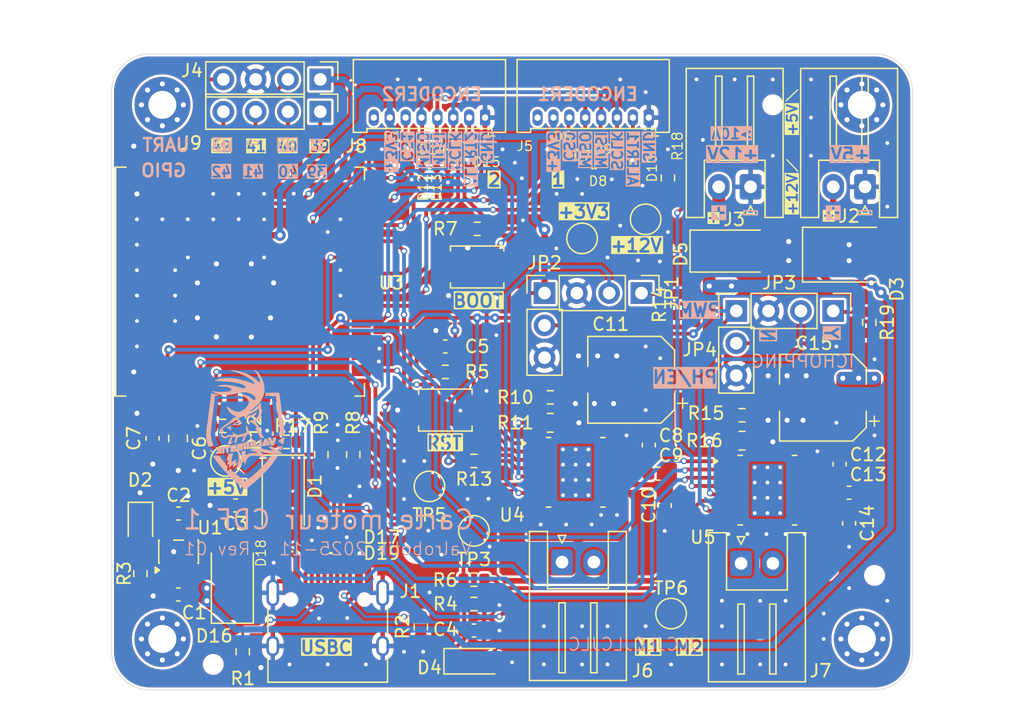
<source format=kicad_pcb>
(kicad_pcb (version 20241229) (generator "pcbnew") (generator_version "9.0")
  (title_block (title "Carte moteur CDF 1") (date "2025-11-23") (rev "01") (company "Valrobotik"))
  (layers (0 "F.Cu" signal) (2 "B.Cu" signal) (13 "F.Paste" user) (15 "B.Paste" user) (5 "F.SilkS" user "F.Silkscreen") (7 "B.SilkS" user "B.Silkscreen") (1 "F.Mask" user) (3 "B.Mask" user) (25 "Edge.Cuts" user))
  (net 0 "")
  (net 1 "GND")
  (net 2 "+5V")
  (net 3 "+3V3")
  (net 4 "/Vsense")
  (net 5 "/CHIP_PU")
  (net 6 "Net-(U4-CPL)")
  (net 7 "Net-(U4-CPH)")
  (net 8 "Net-(U4-VCP)")
  (net 9 "+12V")
  (net 10 "Net-(U5-CPH)")
  (net 11 "Net-(U5-CPL)")
  (net 12 "Net-(U5-VCP)")
  (net 13 "VBUS")
  (net 14 "Net-(D2-A)")
  (net 15 "/CS0")
  (net 16 "/MISO")
  (net 17 "/MOSI")
  (net 18 "/SCLK")
  (net 19 "/ALERT1")
  (net 20 "/CS1")
  (net 21 "/ALERT2")
  (net 22 "Net-(J1-CC1)")
  (net 23 "Net-(J1-CC2)")
  (net 24 "/U0RXD")
  (net 25 "/U0TXD")
  (net 27 "/DC Driver/OUT1")
  (net 28 "/DC Driver/OUT2")
  (net 29 "/DC Driver 2/OUT2")
  (net 30 "/DC Driver 2/OUT1")
  (net 32 "Net-(JP1-C)")
  (net 33 "Net-(JP1-A)")
  (net 34 "Net-(JP2-C)")
  (net 35 "Net-(JP3-C)")
  (net 36 "Net-(JP3-A)")
  (net 37 "Net-(JP4-C)")
  (net 38 "/BOOT")
  (net 39 "/D+")
  (net 40 "/ESP_D+")
  (net 41 "/D-")
  (net 42 "/ESP_D-")
  (net 43 "Net-(U4-VREF)")
  (net 44 "/DC Driver/IPROPI")
  (net 45 "/DC Driver/~{FAULT}")
  (net 46 "Net-(U5-VREF)")
  (net 47 "/DC Driver 2/IPROPI")
  (net 48 "/DC Driver 2/~{FAULT}")
  (net 50 "/DC Driver 2/~{SLEEP}")
  (net 52 "Net-(J9-Pin_2)")
  (net 53 "/DC Driver/EN{slash}IN1")
  (net 54 "/DC Driver 2/EN{slash}IN1")
  (net 59 "/DC Driver/PH{slash}IN2")
  (net 61 "/DC Driver/~{SLEEP}")
  (net 63 "/DC Driver 2/PH{slash}IN2")
  (net 65 "Net-(J9-Pin_3)")
  (net 66 "Net-(J9-Pin_4)")
  (net 68 "Net-(J9-Pin_1)")
  (footprint "TestPoint:TestPoint_Pad_D2.0mm" (layer "F.Cu") (at 92 117)
    (property "Reference" "TP1" (hide yes))
    (property "Value" "TestPoint")
  )
  (footprint "MountingHole:MountingHole_2.2mm_M2_Pad_Via" (layer "F.Cu") (at 142 89)
    (property "Reference" "REF**" (hide yes))
    (property "Value" "MountingHole_2.2mm_M2_Pad_Via")
  )
  (footprint "MountingHole:ToolingHole_1.152mm" (layer "F.Cu") (at 91 133)
    (property "Reference" "REF**" (hide yes))
    (property "Value" "ToolingHole_1.152mm")
  )
  (footprint "Resistor_SMD:R_0603_1608Metric" (layer "F.Cu") (at 109.25 110 180)
    (property "Reference" "R5")
    (property "Value" "10k")
  )
  (footprint "Diode_SMD:D_SOD-123" (layer "F.Cu") (at 111.5 132.75)
    (property "Reference" "D4")
    (property "Value" "BZT52B3V3")
  )
  (footprint "TestPoint:TestPoint_Pad_D2.0mm" (layer "F.Cu") (at 125 98)
    (property "Reference" "TP4" (hide yes))
    (property "Value" "TestPoint")
  )
  (footprint "Capacitor_SMD:C_0603_1608Metric" (layer "F.Cu") (at 125.25 115.75 -90)
    (property "Reference" "C8")
    (property "Value" "22n")
  )
  (footprint "Connector_Molex:Molex_PicoBlade_53048-0810_1x08_P1.25mm_Horizontal" (layer "F.Cu") (at 125.25 90 180)
    (property "Reference" "J5")
    (property "Value" "Conn_01x08")
  )
  (footprint "Pers:Diode_DFN1006" (layer "F.Cu") (at 112.5 92.5)
    (property "Reference" "D15")
    (property "Value" "H5VU10U")
  )
  (footprint "Package_SO:HTSSOP-16-1EP_4.4x5mm_P0.65mm_EP3.4x5mm_Mask2.46x2.31mm_ThermalVias" (layer "F.Cu") (at 134.57617 119.3)
    (property "Reference" "U5")
    (property "Value" "DRV8874")
  )
  (footprint "Connector_Molex:Molex_PicoBlade_53048-0810_1x08_P1.25mm_Horizontal" (layer "F.Cu") (at 112.375 90 180)
    (property "Reference" "J8")
    (property "Value" "Conn_01x08")
  )
  (footprint "Pers:Diode_DFN1006" (layer "F.Cu") (at 120 94 180)
    (property "Reference" "D7")
    (property "Value" "H5VU10U")
  )
  (footprint "Resistor_SMD:R_0603_1608Metric" (layer "F.Cu") (at 111.5 126.335)
    (property "Reference" "R6")
    (property "Value" "10k")
  )
  (footprint "Resistor_SMD:R_0603_1608Metric" (layer "F.Cu") (at 91.75 114.25 180)
    (property "Reference" "R12")
    (property "Value" "1k")
  )
  (footprint "Capacitor_SMD:C_0603_1608Metric" (layer "F.Cu") (at 141 119.5)
    (property "Reference" "C13")
    (property "Value" "0u1")
  )
  (footprint "Capacitor_SMD:C_0603_1608Metric" (layer "F.Cu") (at 92.75 120.5 180)
    (property "Reference" "C3")
    (property "Value" "10u")
  )
  (footprint "Resistor_SMD:R_0603_1608Metric" (layer "F.Cu") (at 102.01 116.5 -90)
    (property "Reference" "R8")
    (property "Value" "22")
  )
  (footprint "Resistor_SMD:R_0603_1608Metric" (layer "F.Cu") (at 111.5 128.25)
    (property "Reference" "R4")
    (property "Value" "3k3")
  )
  (footprint "Resistor_SMD:R_0603_1608Metric" (layer "F.Cu") (at 99.5 116.5 -90)
    (property "Reference" "R9")
    (property "Value" "22")
  )
  (footprint "" (layer "F.Cu") (at 131 90)
    (property "Reference" "")
    (property "Value" "")
  )
  (footprint "Pers:Diode_DFN1006" (layer "F.Cu") (at 105.5 92.5 180)
    (property "Reference" "D11")
    (property "Value" "H5VU10U")
  )
  (footprint "Diode_SMD:D_SMA" (layer "F.Cu") (at 92.5 126.25 90)
    (property "Reference" "D16")
    (property "Value" "D_Schottky")
  )
  (footprint "Connector_JST:JST_XH_S2B-XH-A_1x02_P2.50mm_Horizontal" (layer "F.Cu") (at 142.25 95.445 180)
    (property "Reference" "J2")
    (property "Value" "Conn_01x02")
  )
  (footprint "Connector_PinHeader_2.54mm:PinHeader_1x04_P2.54mm_Vertical" (layer "F.Cu") (at 99.41614 89.54 -90)
    (property "Reference" "J9")
    (property "Value" "Conn_01x04_Pin")
  )
  (footprint "Pers:Diode_DFN1006" (layer "F.Cu") (at 125.5 92.5)
    (property "Reference" "D10")
    (property "Value" "H5VU10U")
  )
  (footprint "Button_Switch_SMD:SW_SPST_TS-1088-xR020" (layer "F.Cu") (at 109.25 113)
    (property "Reference" "SW2" (hide yes))
    (property "Value" "SW_Push")
  )
  (footprint "Resistor_SMD:R_0603_1608Metric" (layer "F.Cu") (at 111.5 117 180)
    (property "Reference" "R13")
    (property "Value" "10k")
  )
  (footprint "Resistor_SMD:R_0603_1608Metric" (layer "F.Cu") (at 85.275 125.8625 90)
    (property "Reference" "R3")
    (property "Value" "5k1")
  )
  (footprint "Resistor_SMD:R_0603_1608Metric" (layer "F.Cu") (at 93.32 132 90)
    (property "Reference" "R1")
    (property "Value" "5k1")
  )
  (footprint "Capacitor_SMD:C_0603_1608Metric" (layer "F.Cu") (at 111.5 130.335)
    (property "Reference" "C4")
    (property "Value" "0u1")
  )
  (footprint "MountingHole:ToolingHole_1.152mm" (layer "F.Cu") (at 143 126)
    (property "Reference" "REF**" (hide yes))
    (property "Value" "ToolingHole_1.152mm")
  )
  (footprint "Resistor_SMD:R_0603_1608Metric" (layer "F.Cu") (at 107.32 130.05 90)
    (property "Reference" "R2")
    (property "Value" "5k1")
  )
  (footprint "Resistor_SMD:R_0805_2012Metric" (layer "F.Cu") (at 132.57617 115.406385 180)
    (property "Reference" "R16")
    (property "Value" "16k")
  )
  (footprint "TestPoint:TestPoint_Pad_D2.0mm" (layer "F.Cu") (at 111.5 122.5 90)
    (property "Reference" "TP3")
    (property "Value" "TestPoint")
  )
  (footprint "Connector_PinHeader_2.54mm:PinHeader_1x03_P2.54mm_Vertical" (layer "F.Cu") (at 132.12617 105.206385)
    (property "Reference" "JP4")
    (property "Value" "Jumper_3_Bridged12")
  )
  (footprint "Resistor_SMD:R_0603_1608Metric" (layer "F.Cu") (at 132.57617 113.406385)
    (property "Reference" "R15")
    (property "Value" "5k1")
  )
  (footprint "Pers:Diode_DFN1006" (layer "F.Cu") (at 107 94 180)
    (property "Reference" "D12")
    (property "Value" "H5VU10U")
  )
  (footprint "Button_Switch_SMD:SW_SPST_TS-1088-xR020" (layer "F.Cu") (at 111.75 101.75)
    (property "Reference" "SW1" (hide yes))
    (property "Value" "SW_Push")
  )
  (footprint "Connector_JST:JST_XH_S2B-XH-A_1x02_P2.50mm_Horizontal" (layer "F.Cu") (at 132.5 125.055)
    (property "Reference" "J7")
    (property "Value" "Conn_01x02")
  )
  (footprint "Pers:Diode_DFN1006" (layer "F.Cu") (at 110.5 92.5)
    (property "Reference" "D14")
    (property "Value" "H5VU10U")
  )
  (footprint "Capacitor_SMD:C_0805_2012Metric" (layer "F.Cu") (at 88.23 115.225 -90)
    (property "Reference" "C6")
    (property "Value" "22u")
  )
  (footprint "Connector_JST:JST_XH_S2B-XH-A_1x02_P2.50mm_Horizontal" (layer "F.Cu") (at 133.25 95.445 180)
    (property "Reference" "J3")
    (property "Value" "Conn_01x02")
  )
  (footprint "Capacitor_SMD:CP_Elec_6.3x7.7" (layer "F.Cu") (at 138.93867 112.026385 180)
    (property "Reference" "C15")
    (property "Value" "220u")
  )
  (footprint "Pers:Diode_DFN1006" (layer "F.Cu") (at 123.5 92.5)
    (property "Reference" "D9")
    (property "Value" "H5VU10U")
  )
  (footprint "Pers:Diode_DFN1006" (layer "F.Cu") (at 121.875 94)
    (property "Reference" "D8")
    (property "Value" "H5VU10U")
  )
  (footprint "Capacitor_SMD:C_0603_1608Metric" (layer "F.Cu") (at 86.23 115.225 -90)
    (property "Reference" "C7")
    (property "Value" "0u1")
  )
  (footprint "TestPoint:TestPoint_Pad_D2.0mm" (layer "F.Cu") (at 108 119)
    (property "Reference" "TP5")
    (property "Value" "TestPoint")
  )
  (footprint "Diode_SMD:D_SMB" (layer "F.Cu") (at 140.99762 100.782021)
    (property "Reference" "D3")
    (property "Value" "P6SMB6.8CA/TR13")
  )
  (footprint "Capacitor_SMD:C_0603_1608Metric" (layer "F.Cu") (at 140.25 117.25 -90)
    (property "Reference" "C12")
    (property "Value" "22n")
  )
  (footprint "Capacitor_SMD:C_0603_1608Metric" (layer "F.Cu") (at 88.25 127.5 180)
    (property "Reference" "C1")
    (property "Value" "1u")
  )
  (footprint "PCM_Espressif:ESP32-S3-WROOM-1" (layer "F.Cu") (at 93.14 102.9 90)
    (property "Reference" "U3")
    (property "Value" "ESP32-S3-WROOM-1")
  )
  (footprint "Package_SO:HTSSOP-16-1EP_4.4x5mm_P0.65mm_EP3.4x5mm_Mask2.46x2.31mm_ThermalVias" (layer "F.Cu") (at 119.5 117.893615)
    (property "Reference" "U4")
    (property "Value" "DRV8874")
  )
  (footprint "Capacitor_SMD:C_0603_1608Metric" (layer "F.Cu") (at 88.275 121.1375)
    (property "Reference" "C2")
    (property "Value" "1u")
  )
  (footprint "Capacitor_SMD:C_0603_1608Metric" (layer "F.Cu") (at 109.25 108)
    (property "Reference" "C5")
    (property "Value" "1u")
  )
  (footprint "TestPoint:TestPoint_Pad_D2.0mm" (layer "F.Cu") (at 120 99.5)
    (property "Reference" "TP2" (hide yes))
    (property "Value" "TestPoint")
  )
  (footprint "MountingHole:MountingHole_2.2mm_M2_Pad_Via" (layer "F.Cu") (at 87 131)
    (property "Reference" "REF**" (hide yes))
    (property "Value" "MountingHole_2.2mm_M2_Pad_Via")
  )
  (footprint "Pers:Diode_DFN1006" (layer "F.Cu") (at 109 94)
    (property "Reference" "D13")
    (property "Value" "H5VU10U")
  )
  (footprint "Connector_PinHeader_2.54mm:PinHeader_1x04_P2.54mm_Vertical" (layer "F.Cu") (at 99.41614 87 -90)
    (property "Reference" "J4")
    (property "Value" "Conn_01x04_Pin")
  )
  (footprint "Resistor_SMD:R_0603_1608Metric" (layer "F.Cu") (at 127.508517 104.702118 90)
    (property "Reference" "R14")
    (property "Value" "20k")
  )
  (footprint "Connector_USB:USB_C_Receptacle_HRO_TYPE-C-31-M-12" (layer "F.Cu") (at 100 130.5)
    (property "Reference" "J1")
    (property "Value" "USB_C_Receptacle_USB2.0_14P")
  )
  (footprint "Pers:Diode_DFN1006" (layer "F.Cu") (at 101.25 124.25)
    (property "Reference" "D19")
    (property "Value" "H5VU10U")
  )
  (footprint "MountingHole:ToolingHole_1.152mm" (layer "F.Cu") (at 135 89)
    (property "Reference" "REF**" (hide yes))
    (property "Value" "ToolingHole_1.152mm")
  )
  (footprint "Connector_PinHeader_2.54mm:PinHeader_1x03_P2.54mm_Vertical" (layer "F.Cu") (at 124.67 103.8 -90)
    (property "Reference" "JP1")
    (property "Value" "Jumper_3_Bridged12")
  )
  (footprint "Capacitor_SMD:C_0603_1608Metric" (layer "F.Cu") (at 126.5 120.5 -90)
    (property "Reference" "C10")
    (property "Value" "0u1")
  )
  (footprint "TestPoint:TestPoint_Pad_D2.0mm" (layer "F.Cu") (at 127 129)
    (property "Reference" "TP6")
    (property "Value" "TestPoint")
  )
  (footprint "LED_SMD:LED_0805_2012Metric" (layer "F.Cu") (at 85.275 121.9375 -90)
    (property "Reference" "D2")
    (property "Value" "GREEN")
  )
  (footprint "Capacitor_SMD:CP_Elec_6.3x7.7" (layer "F.Cu") (at 123.8625 110.62 180)
    (property "Reference" "C11")
    (property "Value" "220u")
  )
  (footprint "Diode_SMD:D_SMA" (layer "F.Cu") (at 96.5 120.05 -90)
    (property "Reference" "D1")
    (property "Value" "D_Schottky")
  )
  (footprint "Resistor_SMD:R_0603_1608Metric" (layer "F.Cu") (at 126.75 94.75 -90)
    (property "Reference" "R18")
    (property "Value" "10k")
  )
  (footprint "" (layer "F.Cu") (at 134 130)
    (property "Reference" "")
    (property "Value" "")
  )
  (footprint "Pers:Diode_DFN1006" (layer "F.Cu") (at 99.25 124.25 180)
    (property "Reference" "D17")
    (property "Value" "H5VU10U")
  )
  (footprint "Capacitor_SMD:C_0603_1608Metric" (layer "F.Cu") (at 126 118)
    (property "Reference" "C9")
    (property "Value" "0u1")
  )
  (footprint "Pers:Diode_DFN1006" (layer "F.Cu") (at 96.154587 124.1284 180)
    (property "Reference" "D18")
    (property "Value" "H5VU10U")
  )
  (footprint "MountingHole:MountingHole_2.2mm_M2_Pad_Via" (layer "F.Cu") (at 142 131)
    (property "Reference" "REF**" (hide yes))
    (property "Value" "MountingHole_2.2mm_M2_Pad_Via")
  )
  (footprint "Diode_SMD:D_SMA" (layer "F.Cu") (at 132 100.5)
    (property "Reference" "D5")
    (property "Value" "SMAJ12A")
  )
  (footprint "Resistor_SMD:R_0603_1608Metric" (layer "F.Cu") (at 96.75 115.5 180)
    (property "Reference" "R17")
    (property "Value" "1k")
  )
  (footprint "Connector_PinHeader_2.54mm:PinHeader_1x03_P2.54mm_Vertical" (layer "F.Cu") (at 139.74617 105.206385 -90)
    (property "Reference" "JP3")
    (property "Value" "Jumper_3_Bridged12")
  )
  (footprint "Resistor_SMD:R_0805_2012Metric" (layer "F.Cu") (at 117.5 114 180)
    (property "Reference" "R11")
    (property "Value" "16k")
  )
  (footprint "Resistor_SMD:R_0603_1608Metric" (layer "F.Cu") (at 117.5 112)
    (property "Reference" "R10")
    (property "Value" "5k1")
  )
  (footprint "MountingHole:MountingHole_2.2mm_M2_Pad_Via" (layer "F.Cu") (at 87 89)
    (property "Reference" "REF**" (hide yes))
    (property "Value" "MountingHole_2.2mm_M2_Pad_Via")
  )
  (footprint "Pers:Diode_DFN1006" (layer "F.Cu") (at 118.5 92.5 180)
    (property "Reference" "D6")
    (property "Value" "H5VU10U")
  )
  (footprint "Resistor_SMD:R_0603_1608Metric" (layer "F.Cu") (at 142.584687 106.108503 90)
    (property "Reference" "R19")
    (property "Value" "20k")
  )
  (footprint "Capacitor_SMD:C_0603_1608Metric" (layer "F.Cu") (at 141 121.906385 -90)
    (property "Reference" "C14")
    (property "Value" "0u1")
  )
  (footprint "Fiducial:Fiducial_1mm_Mask2mm" (layer "F.Cu") (at 107 124)
    (property "Reference" "REF**" (hide yes))
    (property "Value" "Fiducial_1mm_Mask2mm")
  )
  (footprint "Resistor_SMD:R_0603_1608Metric" (layer "F.Cu") (at 111.75 98.75 180)
    (property "Reference" "R7")
    (property "Value" "10k")
  )
  (footprint "Connector_PinHeader_2.54mm:PinHeader_1x03_P2.54mm_Vertical" (layer "F.Cu") (at 117.05 103.8)
    (property "Reference" "JP2")
    (property "Value" "Jumper_3_Bridged12")
  )
  (footprint "Connector_JST:JST_XH_S2B-XH-A_1x02_P2.50mm_Horizontal" (layer "F.Cu") (at 118.425 124.955)
    (property "Reference" "J6")
    (property "Value" "Conn_01x02")
  )
  (footprint "Package_TO_SOT_SMD:SOT-23-5" (layer "F.Cu") (at 88.275 124.1375 90)
    (property "Reference" "U1")
    (property "Value" "AP2112K-3.3")
  )
  (footprint "LOGO" (layer "B.Cu") (at 93.532334 114.533861 180)
    (property "Reference" "G***" (hide yes))
    (property "Value" "LOGO" (hide yes))
  )
  (footprint "LOGO" (layer "B.Cu") (at 93.504121 114.550061 180)
    (property "Reference" "G***" (hide yes))
    (property "Value" "LOGO" (hide yes))
  )
  (footprint "LOGO" (layer "B.Cu") (at 93.504121 114.550061 180)
    (property "Reference" "G***" (hide yes))
    (property "Value" "LOGO" (hide yes))
  )
  (gr_line (start 136.952568 94.205956) (end 136.09203 93.301375) (stroke (width 0.1)) (layer "F.SilkS"))
  (gr_line (start 136.946292 87.819731) (end 136.041711 88.680269) (stroke (width 0.1)) (layer "F.SilkS"))
  (gr_arc (start 83 88) (mid 83.87868 85.87868) (end 86 85) (stroke (width 0.05)) (layer "Edge.Cuts"))
  (gr_arc (start 146 132) (mid 145.12132 134.12132) (end 143 135) (stroke (width 0.05)) (layer "Edge.Cuts"))
  (gr_arc (start 143 85) (mid 145.12132 85.87868) (end 146 88) (stroke (width 0.05)) (layer "Edge.Cuts"))
  (gr_line (start 86 85) (end 143 85) (stroke (width 0.05)) (layer "Edge.Cuts"))
  (gr_arc (start 86 135) (mid 83.87868 134.12132) (end 83 132) (stroke (width 0.05)) (layer "Edge.Cuts"))
  (gr_line (start 143 135) (end 86 135) (stroke (width 0.05)) (layer "Edge.Cuts"))
  (gr_line (start 146 88) (end 146 132) (stroke (width 0.05)) (layer "Edge.Cuts"))
  (gr_line (start 83 132) (end 83 88) (stroke (width 0.05)) (layer "Edge.Cuts"))
  (gr_text "M2" (at 127.25 132.25 0) (layer "F.SilkS" knockout) (effects (font (size 1 1) (thickness 0.2) (bold yes)) (justify left bottom)))
  (gr_text "2" (at 112.5 95.5 0) (layer "F.SilkS" knockout) (effects (font (size 1 1) (thickness 0.2) (bold yes)) (justify left bottom)))
  (gr_text "+12V" (at 137 97.75 90) (layer "F.SilkS" knockout) (effects (font (size 0.8 0.8) (thickness 0.16) (bold yes)) (justify left bottom)))
  (gr_text "40" (at 96 92.75 0) (layer "F.SilkS" knockout) (effects (font (size 0.8 0.8) (thickness 0.16) (bold yes)) (justify left bottom)))
  (gr_text "39" (at 98.5 92.75 0) (layer "F.SilkS" knockout) (effects (font (size 0.8 0.8) (thickness 0.16) (bold yes)) (justify left bottom)))
  (gr_text "41" (at 93.5 92.75 0) (layer "F.SilkS" knockout) (effects (font (size 0.8 0.8) (thickness 0.16) (bold yes)) (justify left bottom)))
  (gr_text "M1" (at 124 132.25 0) (layer "F.SilkS" knockout) (effects (font (size 1 1) (thickness 0.2) (bold yes)) (justify left bottom)))
  (gr_text "+12V" (at 122.125824 100.652827 0) (layer "F.SilkS" knockout) (effects (font (size 1 1) (thickness 0.2) (bold yes)) (justify left bottom)))
  (gr_text "BOOT" (at 109.75 105 0) (layer "F.SilkS" knockout) (effects (font (size 1 1) (thickness 0.2) (bold yes)) (justify left bottom)))
  (gr_text "+5V" (at 137 91.5 90) (layer "F.SilkS" knockout) (effects (font (size 0.8 0.8) (thickness 0.16) (bold yes)) (justify left bottom)))
  (gr_text "RST" (at 107.682656 116.168605 0) (layer "F.SilkS" knockout) (effects (font (size 1 1) (thickness 0.2) (bold yes)) (justify left bottom)))
  (gr_text "+3V3" (at 118 98 0) (layer "F.SilkS" knockout) (effects (font (size 1 1) (thickness 0.2) (bold yes)) (justify left bottom)))
  (gr_text "+5V" (at 90.390238 119.666289 0) (layer "F.SilkS" knockout) (effects (font (size 1 1) (thickness 0.2) (bold yes)) (justify left bottom)))
  (gr_text "+" (at 139.80911 98.320252 90) (layer "F.SilkS" knockout) (effects (font (size 0.8 0.8) (thickness 0.16) (bold yes)) (justify left bottom)))
  (gr_text "42" (at 90.75 92.75 0) (layer "F.SilkS" knockout) (effects (font (size 0.8 0.8) (thickness 0.16) (bold yes)) (justify left bottom)))
  (gr_text "1" (at 117.5 95.5 0) (layer "F.SilkS" knockout) (effects (font (size 1 1) (thickness 0.2) (bold yes)) (justify left bottom)))
  (gr_text "+" (at 130.75 98.5 90) (layer "F.SilkS" knockout) (effects (font (size 0.8 0.8) (thickness 0.16) (bold yes)) (justify left bottom)))
  (gr_text "USBC" (at 97.75 132.25 0) (layer "F.SilkS" knockout) (effects (font (size 1 1) (thickness 0.2) (bold yes)) (justify left bottom)))
  (gr_text "UART" (at 89.25 92.75 0) (layer "B.SilkS") (effects (font (size 1 1) (thickness 0.2) (bold yes)) (justify left bottom mirror)))
  (gr_text "+3V3" (at 104.5 91 270) (layer "B.SilkS" knockout) (effects (font (size 0.8 0.8) (thickness 0.16) (bold yes)) (justify right bottom mirror)))
  (gr_text "ALERT2" (at 110.75 91 270) (layer "B.SilkS" knockout) (effects (font (size 0.8 0.8) (thickness 0.16) (bold yes)) (justify right bottom mirror)))
  (gr_text "SCLK" (at 109.5 91 270) (layer "B.SilkS" knockout) (effects (font (size 0.8 0.8) (thickness 0.16) (bold yes)) (justify right bottom mirror)))
  (gr_text "+" (at 98.75 92.75 -90) (layer "B.SilkS" knockout) (effects (font (size 0.8 0.8) (thickness 0.16) (bold yes)) (justify left bottom mirror)))
  (gr_text "ICHOPPING" (at 141.5 109.75 0) (layer "B.SilkS") (effects (font (size 1 1) (thickness 0.125)) (justify left bottom mirror)))
  (gr_text "-" (at 134 98 0) (layer "B.SilkS" knockout) (effects (font (size 1 1) (thickness 0.2) (bold yes)) (justify left bottom mirror)))
  (gr_text "ENCODER2" (at 112.25 88.75 0) (layer "B.SilkS") (effects (font (size 1 1) (thickness 0.2) (bold yes)) (justify left bottom mirror)))
  (gr_text "CS0" (at 118.5 91 270) (layer "B.SilkS" knockout) (effects (font (size 0.8 0.8) (thickness 0.16) (bold yes)) (justify right bottom mirror)))
  (gr_text "GPIO" (at 89 94.75 0) (layer "B.SilkS") (effects (font (size 1 1) (thickness 0.2) (bold yes)) (justify left bottom mirror)))
  (gr_text "JLCJLCJLCJLC" (at 129.25 132 0) (layer "B.SilkS") (effects (font (size 1 1) (thickness 0.1)) (justify left bottom mirror)))
  (gr_text "MOSI" (at 108.25 91 270) (layer "B.SilkS" knockout) (effects (font (size 0.8 0.8) (thickness 0.16) (bold yes)) (justify right bottom mirror)))
  (gr_text "+" (at 131.5 98 0) (layer "B.SilkS" knockout) (effects (font (size 1 1) (thickness 0.2) (bold yes)) (justify left bottom mirror)))
  (gr_text "GND" (at 124.75 91 270) (layer "B.SilkS" knockout) (effects (font (size 0.8 0.8) (thickness 0.16) (bold yes)) (justify right bottom mirror)))
  (gr_text "Rev 01" (at 94 124.5 0) (layer "B.SilkS") (effects (font (size 1 1) (thickness 0.1)) (justify left bottom mirror)))
  (gr_text "-" (at 143 98 0) (layer "B.SilkS" knockout) (effects (font (size 1 1) (thickness 0.2) (bold yes)) (justify left bottom mirror)))
  (gr_text "SCLK" (at 122.25 91 270) (layer "B.SilkS" knockout) (effects (font (size 0.8 0.8) (thickness 0.16) (bold yes)) (justify right bottom mirror)))
  (gr_text "39" (at 100 94.75 0) (layer "B.SilkS" knockout) (effects (font (size 0.8 0.8) (thickness 0.16) (bold yes)) (justify left bottom mirror)))
  (gr_text "GND" (at 112 91 270) (layer "B.SilkS" knockout) (effects (font (size 0.8 0.8) (thickness 0.16) (bold yes)) (justify right bottom mirror)))
  (gr_text "Carte moteur CDF 1" (at 111.62 122.5 0) (layer "B.SilkS") (effects (font (size 1.5 1.5) (thickness 0.1875)) (justify left bottom mirror)))
  (gr_text "TX" (at 92.5 92.625962 -0) (layer "B.SilkS" knockout) (effects (font (size 0.8 0.8) (thickness 0.16) (bold yes)) (justify left bottom mirror)))
  (gr_text "Valrobotik 2025-11" (at 111.4 124.5 0) (layer "B.SilkS") (effects (font (size 1 1) (thickness 0.1)) (justify left bottom mirror)))
  (gr_text "MOSI" (at 121 91 270) (layer "B.SilkS" knockout) (effects (font (size 0.8 0.8) (thickness 0.16) (bold yes)) (justify right bottom mirror)))
  (gr_text "+" (at 140.5 98 0) (layer "B.SilkS" knockout) (effects (font (size 1 1) (thickness 0.2) (bold yes)) (justify left bottom mirror)))
  (gr_text "41" (at 95 94.75 0) (layer "B.SilkS" knockout) (effects (font (size 0.8 0.8) (thickness 0.16) (bold yes)) (justify left bottom mirror)))
  (gr_text ">10A" (at 133.5 91.75 0) (layer "B.SilkS" knockout) (effects (font (size 0.8 0.8) (thickness 0.16) (bold yes)) (justify left bottom mirror)))
  (gr_text "ENCODER1" (at 124.5 88.75 0) (layer "B.SilkS") (effects (font (size 1 1) (thickness 0.2) (bold yes)) (justify left bottom mirror)))
  (gr_text "RX" (at 97.75 92.625962 -0) (layer "B.SilkS" knockout) (effects (font (size 0.8 0.8) (thickness 0.16) (bold yes)) (justify left bottom mirror)))
  (gr_text "PH/EN" (at 130.75 111 0) (layer "B.SilkS" knockout) (effects (font (size 1 1) (thickness 0.2) (bold yes)) (justify left bottom mirror)))
  (gr_text "40" (at 97.75 94.75 0) (layer "B.SilkS" knockout) (effects (font (size 0.8 0.8) (thickness 0.16) (bold yes)) (justify left bottom mirror)))
  (gr_text "MISO" (at 107 91 270) (layer "B.SilkS" knockout) (effects (font (size 0.8 0.8) (thickness 0.16) (bold yes)) (justify right bottom mirror)))
  (gr_text "-" (at 93.5 91.563562 -180) (layer "B.SilkS" knockout) (effects (font (size 0.8 0.8) (thickness 0.16) (bold yes)) (justify left bottom mirror)))
  (gr_text "MISO" (at 119.75 91 270) (layer "B.SilkS" knockout) (effects (font (size 0.8 0.8) (thickness 0.16) (bold yes)) (justify right bottom mirror)))
  (gr_text "42" (at 92.5 94.75 0) (layer "B.SilkS" knockout) (effects (font (size 0.8 0.8) (thickness 0.16) (bold yes)) (justify left bottom mirror)))
  (gr_text "N" (at 134 107.75 270) (layer "B.SilkS" knockout) (effects (font (size 1 1) (thickness 0.2) (bold yes)) (justify left bottom mirror)))
  (gr_text "+3V3" (at 117.25 91 270) (layer "B.SilkS" knockout) (effects (font (size 0.8 0.8) (thickness 0.16) (bold yes)) (justify right bottom mirror)))
  (gr_text "+5V" (at 142.75 93.5 0) (layer "B.SilkS" knockout) (effects (font (size 1 1) (thickness 0.2) (bold yes)) (justify left bottom mirror)))
  (gr_text "Y" (at 139 107.5 270) (layer "B.SilkS" knockout) (effects (font (size 1 1) (thickness 0.2) (bold yes)) (justify left bottom mirror)))
  (gr_text "PWM" (at 131 105.75 0) (layer "B.SilkS" knockout) (effects (font (size 1 1) (thickness 0.2) (bold yes)) (justify left bottom mirror)))
  (gr_text "ALERT1" (at 123.5 91 270) (layer "B.SilkS" knockout) (effects (font (size 0.8 0.8) (thickness 0.16) (bold yes)) (justify right bottom mirror)))
  (gr_text "+12V" (at 134 93.5 0) (layer "B.SilkS" knockout) (effects (font (size 1 1) (thickness 0.2) (bold yes)) (justify left bottom mirror)))
  (gr_text "CS1" (at 105.75 91 270) (layer "B.SilkS" knockout) (effects (font (size 0.8 0.8) (thickness 0.16) (bold yes)) (justify right bottom mirror)))
  (segment (start 95.729587 124.1284) (end 95.729587 124.979587) (width 0.5) (layer "F.Cu") (net 1))
  (segment (start 102.5 124.25) (end 101.675 124.25) (width 0.5) (layer "F.Cu") (net 1))
  (segment (start 98.825 123.325) (end 98.75 123.25) (width 0.5) (layer "F.Cu") (net 1))
  (segment (start 95.729587 124.979587) (end 95.75 125) (width 0.5) (layer "F.Cu") (net 1))
  (segment (start 98.825 124.25) (end 98.825 123.325) (width 0.5) (layer "F.Cu") (net 1))
  (via (at 126.5 122.5) (size 0.7) (drill 0.3) (layers "F.Cu" "B.Cu") (net 1))
  (via (at 102.5 119) (size 0.7) (drill 0.3) (layers "F.Cu" "B.Cu") (net 1))
  (via (at 109.5 104) (size 0.9) (drill 0.4) (layers "F.Cu" "B.Cu") (net 1))
  (via (at 124.75 95.35) (size 0.7) (drill 0.3) (layers "F.Cu" "B.Cu") (net 1))
  (via (at 107.599902 117.010116) (size 0.7) (drill 0.3) (layers "F.Cu" "B.Cu") (net 1))
  (via (at 94.75 133.25) (size 0.9) (drill 0.4) (layers "F.Cu" "B.Cu") (net 1))
  (via (at 88.25 117.75) (size 0.9) (drill 0.4) (layers "F.Cu" "B.Cu") (net 1))
  (via (at 118.75 122) (size 0.7) (drill 0.3) (layers "F.Cu" "B.Cu") (net 1))
  (via (at 135 93) (size 0.7) (drill 0.3) (layers "F.Cu" "B.Cu") (net 1))
  (via (at 137.5 122.75) (size 0.7) (drill 0.3) (layers "F.Cu" "B.Cu") (net 1))
  (via (at 91.25 107.25) (size 0.9) (drill 0.4) (layers "F.Cu" "B.Cu") (net 1))
  (via (at 101.75 119.75) (size 0.7) (drill 0.3) (layers "F.Cu" "B.Cu") (net 1))
  (via (at 141 101.25) (size 0.9) (drill 0.4) (layers "F.Cu" "B.Cu") (net 1))
  (via (at 107.915697 122.475521) (size 0.7) (drill 0.3) (layers "F.Cu" "B.Cu") (net 1))
  (via (at 99.25 122.25) (size 0.7) (drill 0.3) (layers "F.Cu" "B.Cu") (net 1))
  (via (at 117 133) (size 0.7) (drill 0.3) (layers "F.Cu" "B.Cu") (net 1))
  (via (at 95.75 125) (size 0.7) (drill 0.3) (layers "F.Cu" "B.Cu") (net 1))
  (via (at 108.955433 124.372337) (size 0.7) (drill 0.3) (layers "F.Cu" "B.Cu") (net 1))
  (via (at 141 127) (size 0.7) (drill 0.3) (layers "F.Cu" "B.Cu") (net 1))
  (via (at 110.967124 93.329681) (size 0.7) (drill 0.3) (layers "F.Cu" "B.Cu") (net 1))
  (via (at 136 122.75) (size 0.7) (drill 0.3) (layers "F.Cu" "B.Cu") (net 1))
  (via (at 101 102) (size 0.7) (drill 0.3) (layers "F.Cu" "B.Cu") (net 1))
  (via (at 88 102) (size 0.7) (drill 0.3) (layers "F.Cu" "B.Cu") (net 1))
  (via (at 106 120) (size 0.7) (drill 0.3) (layers "F.Cu" "B.Cu") (net 1))
  (via (at 89.75 105.75) (size 0.9) (drill 0.4) (layers "F.Cu" "B.Cu") (net 1))
  (via (at 125 108) (size 0.7) (drill 0.3) (layers "F.Cu" "B.Cu") (net 1))
  (via (at 131 133) (size 0.7) (drill 0.3) (layers "F.Cu" "B.Cu") (net 1))
  (via (at 91 96) (size 0.7) (drill 0.3) (layers "F.Cu" "B.Cu") (net 1))
  (via (at 93 96) (size 0.7) (drill 0.3) (layers "F.Cu" "B.Cu") (net 1))
  (via (at 136.12734 113.80277) (size 0.9) (drill 0.4) (layers "F.Cu" "B.Cu") (net 1))
  (via (at 107.5 132) (size 0.7) (drill 0.3) (layers "F.Cu" "B.Cu") (net 1))
  (via (at 90.75 120.5) (size 0.9) (drill 0.4) (layers "F.Cu" "B.Cu") (net 1))
  (via (at 131 130) (size 0.7) (drill 0.3) (layers "F.Cu" "B.Cu") (net 1))
  (via (at 95 96) (size 0.7) (drill 0.3) (layers "F.Cu" "B.Cu") (net 1))
  (via (at 106 117) (size 0.7) (drill 0.3) (layers "F.Cu" "B.Cu") (net 1))
  (via (at 122.475 112.49) (size 0.9) (drill 0.4) (layers "F.Cu" "B.Cu") (net 1))
  (via (at 89 98) (size 0.7) (drill 0.3) (layers "F.Cu" "B.Cu") (net 1))
  (via (at 131.5 122.75) (size 0.7) (drill 0.3) (layers "F.Cu" "B.Cu") (net 1))
  (via (at 89 119.75) (size 0.9) (drill 0.4) (layers "F.Cu" "B.Cu") (net 1))
  (via (at 120.975 112.49) (size 0.9) (drill 0.4) (layers "F.Cu" "B.Cu") (net 1))
  (via (at 114.712895 93.552652) (size 0.7) (drill 0.3) (layers "F.Cu" "B.Cu") (net 1))
  (via (at 127 133) (size 0.7) (drill 0.3) (layers "F.Cu" "B.Cu") (net 1))
  (via (at 138 90) (size 0.7) (drill 0.3) (layers "F.Cu" "B.Cu") (net 1))
  (via (at 122 130) (size 0.7) (drill 0.3) (layers "F.Cu" "B.Cu") (net 1))
  (via (at 108.5 106.75) (size 0.9) (drill 0.4) (layers "F.Cu" "B.Cu") (net 1))
  (via (at 140 114) (size 0.7) (drill 0.3) (layers "F.Cu" "B.Cu") (net 1))
  (via (at 122 133) (size 0.7) (drill 0.3) (layers "F.Cu" "B.Cu") (net 1))
  (via (at 126.75 99) (size 0.7) (drill 0.3) (layers "F.Cu" "B.Cu") (net 1))
  (via (at 84.75 110) (size 0.9) (drill 0.4) (layers "F.Cu" "B.Cu") (net 1))
  (via (at 95 101) (size 0.7) (drill 0.3) (layers "F.Cu" "B.Cu") (net 1))
  (via (at 103 133) (size 0.7) (drill 0.3) (layers "F.Cu" "B.Cu") (net 1))
  (via (at 100 99) (size 0.7) (drill 0.3) (layers "F.Cu" "B.Cu") (net 1))
  (via (at 120.75 122) (size 0.7) (drill 0.3) (layers "F.Cu" "B.Cu") (net 1))
  (via (at 112.488622 111.491144) (size 0.7) (drill 0.3) (layers "F.Cu" "B.Cu") (net 1))
  (via (at 141 100) (size 0.9) (drill 0.4) (layers "F.Cu" "B.Cu") (net 1))
  (via (at 85 108) (size 0.7) (drill 0.3) (layers "F.Cu" "B.Cu") (net 1))
  (via (at 99.75 121.5) (size 0.7) (drill 0.3) (layers "F.Cu" "B.Cu") (net 1))
  (via (at 125 88) (size 0.7) (drill 0.3) (layers "F.Cu" "B.Cu") (net 1))
  (via (at 134.62734 113.80277) (size 0.9) (drill 0.4) (layers "F.Cu" "B.Cu") (net 1))
  (via (at 84.75 92.25) (size 0.9) (drill 0.4) (layers "F.Cu" "B.Cu") (net 1))
  (via (at 89.5 117.75) (size 0.7) (drill 0.3) (layers "F.Cu" "B.Cu") (net 1))
  (via (at 113.261339 107.109593) (size 0.7) (drill 0.3) (layers "F.Cu" "B.Cu") (net 1))
  (via (at 105.5 87) (size 0.7) (drill 0.3) (layers "F.Cu" "B.Cu") (net 1))
  (via (at 85 100) (size 0.7) (drill 0.3) (layers "F.Cu" "B.Cu") (net 1))
  (via (at 113.5 130.335) (size 0.7) (drill 0.3) (layers "F.Cu" "B.Cu") (net 1))
  (via (at 104.25 92.5) (size 0.7) (drill 0.3) (layers "F.Cu" "B.Cu") (net 1))
  (via (at 144 97) (size 0.7) (drill 0.3) (layers "F.Cu" "B.Cu") (net 1))
  (via (at 91.25 101.5) (size 0.9) (drill 0.4) (layers "F.Cu" "B.Cu") (net 1))
  (via (at 120 133) (size 0.7) (drill 0.3) (layers "F.Cu" "B.Cu") (net 1))
  (via (at 85 96) (size 0.9) (drill 0.4) (layers "F.Cu" "B.Cu") (net 1))
  (via (at 102.5 124.25) (size 0.7) (drill 0.3) (layers "F.Cu" "B.Cu") (net 1))
  (via (at 120 130) (size 0.7) (drill 0.3) (layers "F.Cu" "B.Cu") (net 1))
  (via (at 131 128) (size 0.7) (drill 0.3) (layers "F.Cu" "B.Cu") (net 1))
  (via (at 141 123.75) (size 0.7) (drill 0.3) (layers "F.Cu" "B.Cu") (net 1))
  (via (at 85 102) (size 0.7) (drill 0.3) (layers "F.Cu" "B.Cu") (net 1))
  (via (at 95.5 105.75) (size 0.9) (drill 0.4) (layers "F.Cu" "B.Cu") (net 1))
  (via (at 124.400313 101.229749) (size 0.7) (drill 0.3) (layers "F.Cu" "B.Cu") (net 1))
  (via (at 89.75 114.25) (size 0.7) (drill 0.3) (layers "F.Cu" "B.Cu") (net 1))
  (via (at 140 108) (size 0.7) (drill 0.3) (layers "F.Cu" "B.Cu") (net 1))
  (via (at 117.973691 100.291855) (size 0.7) (drill 0.3) (layers "F.Cu" "B.Cu") (net 1))
  (via (at 112.637845 119.974207) (size 0.7) (drill 0.3) (layers "F.Cu" "B.Cu") (net 1))
  (via (at 123.943705 93.365936) (size 0.7) (drill 0.3) (layers "F.Cu" "B.Cu") (net 1))
  (via (at 137.62734 110.30277) (size 0.9) (drill 0.4) (layers "F.Cu" "B.Cu") (net 1))
  (via (at 116.75 122) (size 0.7) (drill 0.3) (layers "F.Cu" "B.Cu") (net 1))
  (via (at 126.75 92.5) (size 0.7) (drill 0.3) (layers "F.Cu" "B.Cu") (net 1))
  (via (at 85 106) (size 0.7) (drill 0.3) (layers "F.Cu" "B.Cu") (net 1))
  (via (at 125 113) (size 0.7) (drill 0.3) (layers "F.Cu" "B.Cu") (net 1))
  (via (at 85 104) (size 0.7) (drill 0.3) (layers "F.Cu" "B.Cu") (net 1))
  (via (at 119.622917 94.835472) (size 0.7) (drill 0.3) (layers "F.Cu" "B.Cu") (net 1))
  (via (at 93 98) (size 0.7) (drill 0.3) (layers "F.Cu" "B.Cu") (net 1))
  (via (at 136.25 101.25) (size 0.9) (drill 0.4) (layers "F.Cu" "B.Cu") (net 1))
  (via (at 95 98) (size 0.7) (drill 0.3) (layers "F.Cu" "B.Cu") (net 1))
  (via (at 101.536166 129.354072) (size 0.7) (drill 0.3) (layers "F.Cu" "B.Cu") (net 1))
  (via (at 138.5 116.25) (size 0.7) (drill 0.3) (layers "F.Cu" "B.Cu") (net 1))
  (via (at 86.275 127.6125) (size 0.9) (drill 0.4) (layers "F.Cu" "B.Cu") (net 1))
  (via (at 111 100.25) (size 0.9) (drill 0.4) (layers "F.Cu" "B.Cu") (net 1))
  (via (at 136 133) (size 0.7) (drill 0.3) (layers "F.Cu" "B.Cu") (net 1))
  (via (at 134 128) (size 0.7) (drill 0.3) (layers "F.Cu" "B.Cu") (net 1))
  (via (at 119.725 108.74) (size 0.9) (drill 0.4) (layers "F.Cu" "B.Cu") (net 1))
  (via (at 119.75 114) (size 0.9) (drill 0.4) (layers "F.Cu" "B.Cu") (net 1))
  (via (at 115.266461 94.776326) (size 0.7) (drill 0.3) (layers "F.Cu" "B.Cu") (net 1))
  (via (at 137.37734 113.80277) (size 0.9) (drill 0.4) (layers "F.Cu" "B.Cu") (net 1))
  (via (at 112.728377 123.732928) (size 0.7) (drill 0.3) (layers "F.Cu" "B.Cu") (net 1))
  (via (at 134.62734 110.30277) (size 0.9) (drill 0.4) (layers "F.Cu" "B.Cu") (net 1))
  (via (at 143 115) (size 0.7) (drill 0.3) (layers "F.Cu" "B.Cu") (net 1))
  (via (at 117.25 92.5) (size 0.7) (drill 0.3) (layers "F.Cu" "B.Cu") (net 1))
  (via (at 120 96) (size 0.7) (drill 0.3) (layers "F.Cu" "B.Cu") (net 1))
  (via (at 99.310569 129.384421) (size 0.7) (drill 0.3) (layers "F.Cu" "B.Cu") (net 1))
  (via (at 101.75 121.75) (size 0.7) (drill 0.3) (layers "F.Cu" "B.Cu") (net 1))
  (via (at 122.75 121.25) (size 0.7) (drill 0.3) (layers "F.Cu" "B.Cu") (net 1))
  (via (at 109.456605 95.1) (size 0.7) (drill 0.3) (layers "F.Cu" "B.Cu") (net 1))
  (via (at 105.5 113) (size 0.9) (drill 0.4) (layers "F.Cu" "B.Cu") (net 1))
  (via (at 100 133) (size 0.7) (drill 0.3) (layers "F.Cu" "B.Cu") (net 1))
  (via (at 115.350867 98.075872) (size 0.7) (drill 0.3) (layers "F.Cu" "B.Cu") (net 1))
  (via (at 117 130) (size 0.7) (drill 0.3) (layers "F.Cu" "B.Cu") (net 1))
  (via (at 132 87) (size 0.7) (drill 0.3) (layers "F.Cu" "B.Cu") (net 1))
  (via (at 134 133) (size 0.7) (drill 0.3) (layers "F.Cu" "B.Cu") (net 1))
  (via (at 85 98) (size 0.7) (drill 0.3) (layers "F.Cu" "B.Cu") (net 1))
  (via (at 136 128) (size 0.7) (drill 0.3) (layers "F.Cu" "B.Cu") (net 1))
  (via (at 100.797672 115.374137) (size 0.7) (drill 0.3) (layers "F.Cu" "B.Cu") (net 1))
  (via (at 144 92) (size 0.7) (drill 0.3) (layers "F.Cu" "B.Cu") (net 1))
  (via (at 97.326256 95.983309) (size 0.7) (drill 0.3) (layers "F.Cu" "B.Cu") (net 1))
  (via (at 122.33951 94.858891) (size 0.7) (drill 0.3) (layers "F.Cu" "B.Cu") (net 1))
  (via (at 138 93) (size 0.7) (drill 0.3) (layers "F.Cu" "B.Cu") (net 1))
  (via (at 97 133) (size 0.7) (drill 0.3) (layers "F.Cu" "B.Cu") (net 1))
  (via (at 85.25 119.5) (size 0.9) (drill 0.4) (layers "F.Cu" "B.Cu") (net 1))
  (via (at 126.119284 101.317154) (size 0.7) (drill 0.3) (layers "F.Cu" "B.Cu") (net 1))
  (via (at 121.225 108.74) (size 0.9) (drill 0.4) (layers "F.Cu" "B.Cu") (net 1))
  (via (at 122.725 108.74) (size 0.9) (drill 0.4) (layers "F.Cu" "B.Cu") (net 1))
  (via (at 91 98) (size 0.7) (drill 0.3) (layers "F.Cu" "B.Cu") (net 1))
  (via (at 101 104) (size 0.7) (drill 0.3) (layers "F.Cu" "B.Cu") (net 1))
  (via (at 114.5 132.835) (size 0.7) (drill 0.3) (layers "F.Cu" "B.Cu") (net 1))
  (via (at 100.780812 114.160175) (size 0.7) (drill 0.3) (layers "F.Cu" "B.Cu") (net 1))
  (via (at 113.298572 104.186242) (size 0.7) (drill 0.3) (layers "F.Cu" "B.Cu") (net 1))
  (via (at 94 107.25) (size 0.9) (drill 0.4) (layers "F.Cu" "B.Cu") (net 1))
  (via (at 139 129) (size 0.7) (drill 0.3) (layers "F.Cu" "B.Cu") (net 1))
  (via (at 133 122.75) (size 0.7) (drill 0.3) (layers "F.Cu" "B.Cu") (net 1))
  (via (at 135 87) (size 0.7) (drill 0.3) (layers "F.Cu" "B.Cu") (net 1))
  (via (at 95.75 103) (size 0.9) (drill 0.4) (layers "F.Cu" "B.Cu") (net 1))
  (via (at 129.5 91.75) (size 0.7) (drill 0.3) (layers "F.Cu" "B.Cu") (net 1))
  (via (at 123 87) (size 0.7) (drill 0.3) (layers "F.Cu" "B.Cu") (net 1))
  (via (at 113.5 128.335) (size 0.7) (drill 0.3) (layers "F.Cu" "B.Cu") (net 1))
  (via (at 139 131) (size 0.7) (drill 0.3) (layers "F.Cu" "B.Cu") (net 1))
  (via (at 138 87) (size 0.7) (drill 0.3) (layers "F.Cu" "B.Cu") (net 1))
  (via (at 143 109) (size 0.7) (drill 0.3) (layers "F.Cu" "B.Cu") (net 1))
  (via (at 101.5 123) (size 0.7) (drill 0.3) (layers "F.Cu" "B.Cu") (net 1))
  (via (at 98.75 123.25) (size 0.7) (drill 0.3) (layers "F.Cu" "B.Cu") (net 1))
  (via (at 104.05766 108.163879) (size 0.7) (drill 0.3) (layers "F.Cu" "B.Cu") (net 1))
  (via (at 89 101) (size 0.7) (drill 0.3) (layers "F.Cu" "B.Cu") (net 1))
  (via (at 106 132) (size 0.7) (drill 0.3) (layers "F.Cu" "B.Cu") (net 1))
  (via (at 144 128) (size 0.7) (drill 0.3) (layers "F.Cu" "B.Cu") (net 1))
  (via (at 101 98) (size 0.7) (drill 0.3) (layers "F.Cu" "B.Cu") (net 1))
  (via (at 89.75 103) (size 0.9) (drill 0.4) (layers "F.Cu" "B.Cu") (net 1))
  (via (at 85 113.25) (size 0.9) (drill 0.4) (layers "F.Cu" "B.Cu") (net 1))
  (via (at 129 87) (size 0.7) (drill 0.3) (layers "F.Cu" "B.Cu") (net 1))
  (via (at 94 101.5) (size 0.9) (drill 0.4) (layers "F.Cu" "B.Cu") (net 1))
  (via (at 125 130) (size 0.7) (drill 0.3) (layers "F.Cu" "B.Cu") (net 1))
  (via (at 87.889586 124.137499) (size 0.9) (drill 0.4) (layers "F.Cu" "B.Cu") (net 1))
  (via (at 86.25 117.25) (size 0.9) (drill 0.4) (layers "F.Cu" "B.Cu") (net 1))
  (via (at 119.475 112.49) (size 0.9) (drill 0.4) (layers "F.Cu" "B.Cu") (net 1))
  (via (at 95.242368 114.61626) (size 0.7) (drill 0.3) (layers "F.Cu" "B.Cu") (net 1))
  (via (at 87 98) (size 0.7) (drill 0.3) (layers "F.Cu" "B.Cu") (net 1))
  (via (at 104.021241 109.183607) (size 0.7) (drill 0.3) (layers "F.Cu" "B.Cu") (net 1))
  (via (at 110.435003 113.038946) (size 0.7) (drill 0.3) (layers "F.Cu" "B.Cu") (net 1))
  (via (at 122 101) (size 0.7) (drill 0.3) (layers "F.Cu" "B.Cu") (net 1))
  (via (at 100.763951 117.557583) (size 0.7) (drill 0.3) (layers "F.Cu" "B.Cu") (net 1))
  (via (at 135 115.5) (size 0.9) (drill 0.4) (layers "F.Cu" "B.Cu") (net 1))
  (via (at 108.00516 127.340214) (size 0.7) (drill 0.3) (layers "F.Cu" "B.Cu") (net 1))
  (via (at 121.5 121.25) (size 0.7) (drill 0.3) (layers "F.Cu" "B.Cu") (net 1))
  (via (at 136.12734 110.30277) (size 0.9) (drill 0.4) (layers "F.Cu" "B.Cu") (net 1))
  (via (at 111 120) (size 0.7) (drill 0.3) (layers "F.Cu" "B.Cu") (net 1))
  (via (at 123 98.5) (size 0.7) (drill 0.3) (layers "F.Cu" "B.Cu") (net 1))
  (via (at 118 96) (size 0.7) (drill 0.3) (layers "F.Cu" "B.Cu") (net 1))
  (via (at 88 104) (size 0.7) (drill 0.3) (layers "F.Cu" "B.Cu") (net 1))
  (via (at 123.5 115) (size 0.7) (drill 0.3) (layers "F.Cu" "B.Cu") (net 1))
  (via (at 134.5 122.75) (size 0.7) (drill 0.3) (layers "F.Cu" "B.Cu") (net 1))
  (via (at 113.75 92.5) (size 0.7) (drill 0.3) (layers "F.Cu" "B.Cu") (net 1))
  (via (at 107.25 87) (size 0.7) (drill 0.3) (layers "F.Cu" "B.Cu") (net 1))
  (via (at 106.605353 94.875329) (size 0.7) (drill 0.3) (layers "F.Cu" "B.Cu") (net 1))
  (via (at 136.25 99.75) (size 0.9) (drill 0.4) (layers "F.Cu" "B.Cu") (net 1))
  (via (at 126.151036 108.924481) (size 0.7) (drill 0.3) (layers "F.Cu" "B.Cu") (net 1))
  (via (at 88 106) (size 0.7) (drill 0.3) (layers "F.Cu" "B.Cu") (net 1))
  (segment (start 92 117) (end 94 119) (width 0.3) (layer "F.Cu") (net 2))
  (segment (start 142.75 103) (end 139.5 103) (width 0.5) (layer "F.Cu") (net 2))
  (segment (start 96.5 118.05) (end 94.95 118.05) (width 0.5) (layer "F.Cu") (net 2))
  (segment (start 93.525 119.475) (end 93.525 120.5) (width 0.5) (layer "F.Cu") (net 2))
  (segment (start 138.84762 102.34762) (end 138.84762 100.782021) (width 0.5) (layer "F.Cu") (net 2))
  (segment (start 138.84762 99.15238) (end 139.75 98.25) (width 0.5) (layer "F.Cu") (net 2))
  (segment (start 94.95 118.05) (end 94 119) (width 0.5) (layer "F.Cu") (net 2))
  (segment (start 93.75 128.25) (end 92.5 128.25) (width 0.5) (layer "F.Cu") (net 2))
  (segment (start 139.5 103) (end 138.84762 102.34762) (width 0.5) (layer "F.Cu") (net 2))
  (segment (start 93.525 120.5) (end 93.525 121.775) (width 0.5) (layer "F.Cu") (net 2))
  (segment (start 143.5 103.75) (end 142.75 103) (width 0.5) (layer "F.Cu") (net 2))
  (segment (start 93.525 121.775) (end 94.25 122.5) (width 0.5) (layer "F.Cu") (net 2))
  (segment (start 94 119) (end 93.525 119.475) (width 0.5) (layer "F.Cu") (net 2))
  (segment (start 139.75 98.25) (end 139.75 95.445) (width 0.5) (layer "F.Cu") (net 2))
  (segment (start 94.25 122.5) (end 94.25 127.75) (width 0.5) (layer "F.Cu") (net 2))
  (segment (start 138.84762 100.782021) (end 138.84762 99.15238) (width 0.5) (layer "F.Cu") (net 2))
  (segment (start 94.25 127.75) (end 93.75 128.25) (width 0.5) (layer "F.Cu") (net 2))
  (via (at 142.75 103) (size 0.9) (drill 0.4) (layers "F.Cu" "B.Cu") (net 2))
  (via (at 90.5 127) (size 0.9) (drill 0.4) (layers "F.Cu" "B.Cu") (net 2))
  (via (at 143.5 103.75) (size 0.9) (drill 0.4) (layers "F.Cu" "B.Cu") (net 2))
  (via (at 90.5 128) (size 0.9) (drill 0.4) (layers "F.Cu" "B.Cu") (net 2))
  (segment (start 110.75 131.5) (end 109.5 130.25) (width 0.5) (layer "B.Cu") (net 2))
  (segment (start 135 131.5) (end 110.75 131.5) (width 0.5) (layer "B.Cu") (net 2))
  (segment (start 144.25 104.5) (end 144.25 122.25) (width 0.5) (layer "B.Cu") (net 2))
  (segment (start 109.5 130.25) (end 92.75 130.25) (width 0.5) (layer "B.Cu") (net 2))
  (segment (start 142.75 103) (end 144.25 104.5) (width 0.5) (layer "B.Cu") (net 2))
  (segment (start 92.75 130.25) (end 90.5 128) (width 0.5) (layer "B.Cu") (net 2))
  (segment (start 144.25 122.25) (end 135 131.5) (width 0.5) (layer "B.Cu") (net 2))
  (segment (start 90.5 128) (end 90.5 127) (width 0.5) (layer "B.Cu") (net 2))
  (segment (start 131.5 112.25) (end 130.801 111.551) (width 0.3) (layer "F.Cu") (net 3))
  (segment (start 125.25 96) (end 125.675 95.575) (width 0.3) (layer "F.Cu") (net 3))
  (segment (start 132.12617 105.206385) (end 130.801 106.531555) (width 0.3) (layer "F.Cu") (net 3))
  (segment (start 86.806395 114.443605) (end 87.042733 114.443605) (width 0.5) (layer "F.Cu") (net 3))
  (segment (start 107.5 110) (end 108.425 110) (width 0.3) (layer "F.Cu") (net 3))
  (segment (start 90 124) (end 90.25 124) (width 0.5) (layer "F.Cu") (net 3))
  (segment (start 90.5 124.25) (end 92.5 124.25) (width 0.5) (layer "F.Cu") (net 3))
  (segment (start 90.25 124) (end 90.5 124.25) (width 0.5) (layer "F.Cu") (net 3))
  (segment (start 84.75 117) (end 84.75 115) (width 0.5) (layer "F.Cu") (net 3))
  (segment (start 122.25 99.5) (end 120 99.5) (width 0.3) (layer "F.Cu") (net 3))
  (segment (start 122.25 99.5) (end 122.25 98) (width 0.3) (layer "F.Cu") (net 3))
  (segment (start 86.15 114.37) (end 86.23 114.45) (width 0.5) (layer "F.Cu") (net 3))
  (segment (start 86.15 101.6) (end 88.5 99.25) (width 0.5) (layer "F.Cu") (net 3))
  (segment (start 87.325 122.175) (end 87.5 122) (width 0.5) (layer "F.Cu") (net 3))
  (segment (start 87.042733 114.443605) (end 87.211338 114.275) (width 0.5) (layer "F.Cu") (net 3))
  (segment (start 117.05 99.5) (end 120 99.5) (width 0.3) (layer "F.Cu") (net 3))
  (segment (start 128.75 107) (end 125 107) (width 0.3) (layer "F.Cu") (net 3))
  (segment (start 117.05 103.8) (end 114.95 103.8) (width 0.3) (layer "F.Cu") (net 3))
  (segment (start 123.38057 105.38057) (end 123.38057 100.13057) (width 0.3) (layer "F.Cu") (net 3))
  (segment (start 130.801 106.531555) (end 130.801 111.551) (width 0.3) (layer "F.Cu") (net 3))
  (segment (start 84.75 115) (end 85.3 114.45) (width 0.5) (layer "F.Cu") (net 3))
  (segment (start 86.5 123.25) (end 86.5 126.25) (width 0.3) (layer "F.Cu") (net 3))
  (segment (start 86.15 111.65) (end 86.15 114.37) (width 0.5) (layer "F.Cu") (net 3))
  (segment (start 86.15 111.65) (end 86.15 101.6) (width 0.5) (layer "F.Cu") (net 3))
  (segment (start 114.75 104) (end 114.75 105.75) (width 0.3) (layer "F.Cu") (net 3))
  (segment (start 90 124) (end 88.855881 124) (width 0.359) (layer "F.Cu") (net 3))
  (segment (start 86.23 114.45) (end 86.8 114.45) (width 0.5) (layer "F.Cu") (net 3))
  (segment (start 86.0625 126.6875) (end 86.5 126.25) (width 0.3) (layer "F.Cu") (net 3))
  (segment (start 118 110.75) (end 118.325 111.075) (width 0.3) (layer "F.Cu") (net 3))
  (segment (start 87.855881 123) (end 87.325 123) (width 0.359) (layer "F.Cu") (net 3))
  (segment (start 118.325 111.075) (end 118.325 112) (width 0.3) (layer "F.Cu") (net 3))
  (segment (start 88.5 99.25) (end 96.25 99.25) (width 0.5) (layer "F.Cu") (net 3))
  (segment (start 123.38057 100.13057) (end 122.75 99.5) (width 0.3) (layer "F.Cu") (net 3))
  (segment (start 85.3 114.45) (end 86.23 114.45) (width 0.5) (layer "F.Cu") (net 3))
  (segment (start 87.325 121.3125) (end 87.5 121.1375) (width 0.5) (layer "F.Cu") (net 3))
  (segment (start 87.211338 114.275) (end 88.23 114.275) (width 0.5) (layer "F.Cu") (net 3))
  (segment (start 85.275 126.6875) (end 86.0625 126.6875) (width 0.3) (layer "F.Cu") (net 3))
  (segment (start 125 107) (end 123.38057 105.38057) (width 0.3) (layer "F.Cu") (net 3))
  (segment (start 109.5 117) (end 110.675 117) (width 0.3) (layer "F.Cu") (net 3))
  (segment (start 107 106.5) (end 107 109.5) (width 0.3) (layer "F.Cu") (net 3))
  (segment (start 125.675 95.575) (end 126.75 95.575) (width 0.3) (layer "F.Cu") (net 3))
  (segment (start 87.325 123) (end 86.75 123) (width 0.3) (layer "F.Cu") (net 3))
  (segment (start 114.75 110.25) (end 115.25 110.75) (width 0.3) (layer "F.Cu") (net 3))
  (segment (start 87.325 123) (end 87.325 122.175) (width 0.5) (layer "F.Cu") (net 3))
  (segment (start 113.15 105.75) (end 114.75 105.75) (width 0.3) (layer "F.Cu") (net 3))
  (segment (start 133.40117 113.406385) (end 133.40117 112.65117) (width 0.3) (layer "F.Cu") (net 3))
  (segment (start 111.75 105.75) (end 107.75 105.75) (width 0.3) (layer "F.Cu") (net 3))
  (segment (start 87.5 119.75) (end 84.75 117) (width 0.5) (layer "F.Cu") (net 3))
  (segment (start 86.75 123) (end 86.5 123.25) (width 0.3) (layer "F.Cu") (net 3))
  (segment (start 107.75 105.75) (end 107 106.5) (width 0.3) (layer "F.Cu") (net 3))
  (segment (start 122.75 99.5) (end 122.25 99.5) (width 0.3) (layer "F.Cu") (net 3))
  (segment (start 124.25 96) (end 125.25 96) (width 0.3) (layer "F.Cu") (net 3))
  (segment (start 117.05 98.8) (end 117.05 103.8) (width 0.5) (layer "F.Cu") (net 3))
  (segment (start 87.5 122) (end 87.5 121.1375) (width 0.5) (layer "F.Cu") (net 3))
  (segment (start 114.75 105.75) (end 114.75 110.25) (width 0.3) (layer "F.Cu") (net 3))
  (segment (start 87.5 121.1375) (end 87.5 119.75) (width 0.5) (layer "F.Cu") (net 3))
  (segment (start 122.25 98) (end 124.25 96) (width 0.3) (layer "F.Cu") (net 3))
  (segment (start 86.8 114.45) (end 86.806395 114.443605) (width 0.5) (layer "F.Cu") (net 3))
  (segment (start 107 109.5) (end 107.5 110) (width 0.3) (layer "F.Cu") (net 3))
  (segment (start 115.25 110.75) (end 118 110.75) (width 0.3) (layer "F.Cu") (net 3))
  (segment (start 88.855881 124) (end 87.855881 123) (width 0.359) (layer "F.Cu") (net 3))
  (segment (start 114.95 103.8) (end 114.75 104) (width 0.3) (layer "F.Cu") (net 3))
  (segment (start 133.40117 112.65117) (end 133 112.25) (width 0.3) (layer "F.Cu") (net 3))
  (segment (start 117.05 98.8) (end 117.05 99.5) (width 0.5) (layer "F.Cu") (net 3))
  (segment (start 133 112.25) (end 131.5 112.25) (width 0.3) (layer "F.Cu") (net 3))
  (via (at 109.5 117) (size 0.7) (drill 0.3) (layers "F.Cu" "B.Cu") (net 3))
  (via (at 96.25 99.25) (size 0.9) (drill 0.4) (layers "F.Cu" "B.Cu") (net 3))
  (via (at 117.05 98.8) (size 0.9) (drill 0.4) (layers "F.Cu" "B.Cu") (net 3))
  (via (at 111.75 105.75) (size 0.7) (drill 0.3) (layers "F.Cu" "B.Cu") (net 3))
  (via (at 128.75 107) (size 0.7) (drill 0.3) (layers "F.Cu" "B.Cu") (net 3))
  (via (at 113.15 105.75) (size 0.7) (drill 0.3) (layers "F.Cu" "B.Cu") (net 3))
  (segment (start 116.25 91.5) (end 117.25 91.5) (width 0.5) (layer "B.Cu") (net 3))
  (segment (start 105.779232 91.5) (end 116.25 91.5) (width 0.5) (layer "B.Cu") (net 3))
  (segment (start 109.5 117) (end 109.5 112.5) (width 0.3) (layer "B.Cu") (net 3))
  (segment (start 101.25 87) (end 99.41614 87) (width 0.5) (layer "B.Cu") (net 3))
  (segment (start 96.25 99.25) (end 96.25 95.75) (width 0.5) (layer "B.Cu") (net 3))
  (segment (start 117.25 91.5) (end 117.75 91) (width 0.5) (layer "B.Cu") (net 3))
  (segment (start 102.75 87.75) (end 104 87.75) (width 0.5) (layer "B.Cu") (net 3))
  (segment (start 102 88.5) (end 102.25 88.25) (width 0.5) (layer "B.Cu") (net 3))
  (segment (start 132.12617 105.206385) (end 130.543615 105.206385) (width 0.3) (layer "B.Cu") (net 3))
  (segment (start 102.25 88.25) (end 102.25 88) (width 0.5) (layer "B.Cu") (net 3))
  (segment (start 111.75 110.25) (end 111.75 105.75) (width 0.3) (layer "B.Cu") (net 3))
  (segment (start 96.25 95.75) (end 102 90) (width 0.5) (layer "B.Cu") (net 3))
  (segment (start 117.05 98.8) (end 116.25 98) (width 0.5) (layer "B.Cu") (net 3))
  (segment (start 109.5 112.5) (end 111.75 110.25) (width 0.3) (layer "B.Cu") (net 3))
  (segment (start 104.875 88.625) (end 104.875 90) (width 0.5) (layer "B.Cu") (net 3))
  (segment (start 111.75 105.75) (end 113.15 105.75) (width 0.3) (layer "B.Cu") (net 3))
  (segment (start 104 87.75) (end 104.875 88.625) (width 0.5) (layer "B.Cu") (net 3))
  (segment (start 104.875 90.595768) (end 105.779232 91.5) (width 0.5) (layer "B.Cu") (net 3))
  (segment (start 102 90) (end 102 88.5) (width 0.5) (layer "B.Cu") (net 3))
  (segment (start 102.25 88.25) (end 102.75 87.75) (width 0.5) (layer "B.Cu") (net 3))
  (segment (start 117.05 98.8) (end 116.997994 98.8) (width 0.5) (layer "B.Cu") (net 3))
  (segment (start 116.25 98) (end 116.25 91.5) (width 0.5) (layer "B.Cu") (net 3))
  (segment (start 130.543615 105.206385) (end 128.75 107) (width 0.3) (layer "B.Cu") (net 3))
  (segment (start 117.75 91) (end 117.75 90) (width 0.5) (layer "B.Cu") (net 3))
  (segment (start 102.25 88) (end 101.25 87) (width 0.5) (layer "B.Cu") (net 3))
  (segment (start 104.875 90) (end 104.875 90.595768) (width 0.5) (layer "B.Cu") (net 3))
  (segment (start 111.5 124.25) (end 111.5 122.5) (width 0.3) (layer "F.Cu") (net 4))
  (segment (start 109.25 122.5) (end 108.25 121.5) (width 0.3) (layer "F.Cu") (net 4))
  (segment (start 105 121.5) (end 103.75 120.25) (width 0.3) (layer "F.Cu") (net 4))
  (segment (start 102.682184 107.387184) (end 102.64 107.345) (width 0.3) (layer "F.Cu") (net 4))
  (segment (start 103.75 120.25) (end 103.75 118.75) (width 0.3) (layer "F.Cu") (net 4))
  (segment (start 110.725 128.3) (end 110.675 128.25) (width 0.3) (layer "F.Cu") (net 4))
  (segment (start 110.675 128.25) (end 110.675 126.335) (width 0.3) (layer "F.Cu") (net 4))
  (segment (start 108.25 121.5) (end 105 121.5) (width 0.3) (layer "F.Cu") (net 4))
  (segment (start 110.675 126.335) (end 110.675 125.075) (width 0.3) (layer "F.Cu") (net 4))
  (segment (start 109.85 132.75) (end 109.85 131.9) (width 0.3) (layer "F.Cu") (net 4))
  (segment (start 110.725 131.025) (end 110.725 130.335) (width 0.3) (layer "F.Cu") (net 4))
  (segment (start 110.725 130.335) (end 110.725 128.3) (width 0.3) (layer "F.Cu") (net 4))
  (segment (start 110.675 125.075) (end 111.5 124.25) (width 0.3) (layer "F.Cu") (net 4))
  (segment (start 109.85 131.9) (end 110.725 131.025) (width 0.3) (layer "F.Cu") (net 4))
  (segment (start 111.5 122.5) (end 109.25 122.5) (width 0.3) (layer "F.Cu") (net 4))
  (segment (start 104.75 107.387184) (end 102.682184 107.387184) (width 0.3) (layer "F.Cu") (net 4))
  (via (at 104.75 107.387184) (size 0.5) (drill 0.3) (layers "F.Cu" "B.Cu") (net 4))
  (via (at 103.75 118.75) (size 0.5) (drill 0.3) (layers "F.Cu" "B.Cu") (net 4))
  (segment (start 104.75 111.25) (end 103.75 112.25) (width 0.3) (layer "B.Cu") (net 4))
  (segment (start 104.75 107.387184) (end 104.75 111.25) (width 0.3) (layer "B.Cu") (net 4))
  (segment (start 103.75 112.25) (end 103.75 118.75) (width 0.3) (layer "B.Cu") (net 4))
  (segment (start 110.075 108.05) (end 110.025 108) (width 0.3) (layer "F.Cu") (net 5))
  (segment (start 111.475 113) (end 111.475 110.475) (width 0.3) (layer "F.Cu") (net 5))
  (segment (start 87.42 108.33) (end 87.42 111.65) (width 0.3) (layer "F.Cu") (net 5))
  (segment (start 101 105.75) (end 100 106.75) (width 0.3) (layer "F.Cu") (net 5))
  (segment (start 110.075 110) (end 110.075 108.05) (width 0.3) (layer "F.Cu") (net 5))
  (segment (start 110.025 106.775) (end 110 106.75) (width 0.3) (layer "F.Cu") (net 5))
  (segment (start 111 110) (end 110.075 110) (width 0.3) (layer "F.Cu") (net 5))
  (segment (start 100 106.75) (end 100 108.25) (width 0.3) (layer "F.Cu") (net 5))
  (segment (start 110.025 108) (end 110.025 106.775) (width 0.3) (layer "F.Cu") (net 5))
  (segment (start 87.5 108.25) (end 87.42 108.33) (width 0.3) (layer "F.Cu") (net 5))
  (segment (start 111.475 110.475) (end 111 110) (width 0.3) (layer "F.Cu") (net 5))
  (via (at 100 108.25) (size 0.7) (drill 0.3) (layers "F.Cu" "B.Cu") (net 5))
  (via (at 101 105.75) (size 0.7) (drill 0.3) (layers "F.Cu" "B.Cu") (net 5))
  (via (at 87.5 108.25) (size 0.7) (drill 0.3) (layers "F.Cu" "B.Cu") (net 5))
  (via (at 110 106.75) (size 0.7) (drill 0.3) (layers "F.Cu" "B.Cu") (net 5))
  (segment (start 101.5 106.25) (end 101 105.75) (width 0.3) (layer "B.Cu") (net 5))
  (segment (start 106.75 106.25) (end 101.75 106.25) (width 0.3) (layer "B.Cu") (net 5))
  (segment (start 107.5 105.5) (end 106.75 106.25) (width 0.3) (layer "B.Cu") (net 5))
  (segment (start 101.75 106.25) (end 101.5 106.25) (width 0.3) (layer "B.Cu") (net 5))
  (segment (start 110 106.75) (end 110 106) (width 0.3) (layer "B.Cu") (net 5))
  (segment (start 100 108.25) (end 87.5 108.25) (width 0.3) (layer "B.Cu") (net 5))
  (segment (start 110 106) (end 109.5 105.5) (width 0.3) (layer "B.Cu") (net 5))
  (segment (start 109.5 105.5) (end 107.5 105.5) (width 0.3) (layer "B.Cu") (net 5))
  (segment (start 123.331385 116.918615) (end 124.25 116) (width 0.3) (layer "F.Cu") (net 6))
  (segment (start 124.25 115.25) (end 124.525 114.975) (width 0.3) (layer "F.Cu") (net 6))
  (segment (start 124.25 116) (end 124.25 115.25) (width 0.3) (layer "F.Cu") (net 6))
  (segment (start 124.525 114.975) (end 125.25 114.975) (width 0.3) (layer "F.Cu") (net 6))
  (segment (start 122.3625 116.918615) (end 123.331385 116.918615) (width 0.3) (layer "F.Cu") (net 6))
  (segment (start 124.475 116.525) (end 123.431385 117.568615) (width 0.3) (layer "F.Cu") (net 7))
  (segment (start 125.25 116.525) (end 124.475 116.525) (width 0.3) (layer "F.Cu") (net 7))
  (segment (start 123.431385 117.568615) (end 122.3625 117.568615) (width 0.3) (layer "F.Cu") (net 7))
  (segment (start 122.3625 118.218615) (end 123.781385 118.218615) (width 0.3) (layer "F.Cu") (net 8))
  (segment (start 124 118) (end 125.225 118) (width 0.3) (layer "F.Cu") (net 8))
  (segment (start 123.781385 118.218615) (end 124 118) (width 0.3) (layer "F.Cu") (net 8))
  (segment (start 125.5 100.5) (end 125 100) (width 0.3) (layer "F.Cu") (net 9))
  (segment (start 127.5 120) (end 127.5 122.75) (width 0.3) (layer "F.Cu") (net 9))
  (segment (start 126 127) (end 113.75 127) (width 0.3) (layer "F.Cu") (net 9))
  (segment (start 126.775 110.8325) (end 126.5625 110.62) (width 0.5) (layer "F.Cu") (net 9))
  (segment (start 127.5 122.75) (end 126.75 123.5) (width 0.3) (layer "F.Cu") (net 9))
  (segment (start 130 109.75) (end 130 103.25) (width 1) (layer "F.Cu") (net 9))
  (segment (start 125 100) (end 125 98) (width 0.3) (layer "F.Cu") (net 9))
  (segment (start 141.775 119.5) (end 141.775 112.162715) (width 1) (layer "F.Cu") (net 9))
  (segment (start 130 103.25) (end 130 100.5) (width 1) (layer "F.Cu") (net 9))
  (segment (start 130 100.5) (end 130 98.5) (width 1) (layer "F.Cu") (net 9))
  (segment (start 126.5625 110.62) (end 129.13 110.62) (width 1) (layer "F.Cu") (net 9))
  (segment (start 126.75 126.25) (end 126 127) (width 0.3) (layer "F.Cu") (net 9))
  (segment (start 113.75 127) (end 113.085 126.335) (width 0.3) (layer "F.Cu") (net 9))
  (segment (start 126.75 123.5) (end 126.75 126.25) (width 0.3) (layer "F.Cu") (net 9))
  (segment (start 126.775 118) (end 126.775 110.8325) (width 1) (layer "F.Cu") (net 9))
  (segment (start 130 100.5) (end 125.5 100.5) (width 0.3) (layer "F.Cu") (net 9))
  (segment (start 141.775 112.162715) (end 141.63867 112.026385) (width 0.5) (layer "F.Cu") (net 9))
  (segment (start 129.13 110.62) (end 130 109.75) (width 1) (layer "F.Cu") (net 9))
  (segment (start 113.085 126.335) (end 112.325 126.335) (width 0.3) (layer "F.Cu") (net 9))
  (segment (start 130 98.5) (end 130.75 97.75) (width 1) (layer "F.Cu") (net 9))
  (segment (start 126.5 119.725) (end 127.225 119.725) (width 0.3) (layer "F.Cu") (net 9))
  (segment (start 130.75 97.75) (end 130.75 95.445) (width 1) (layer "F.Cu") (net 9))
  (segment (start 127.225 119.725) (end 127.5 120) (width 0.3) (layer "F.Cu") (net 9))
  (via (at 143 110.5) (size 0.9) (drill 0.4) (layers "F.Cu" "B.Cu") (net 9))
  (via (at 131.75 103.25) (size 0.9) (drill 0.4) (layers "F.Cu" "B.Cu") (net 9))
  (via (at 140.5 110.5) (size 0.9) (drill 0.4) (layers "F.Cu" "B.Cu") (net 9))
  (via (at 130 103.25) (size 0.9) (drill 0.4) (layers "F.Cu" "B.Cu") (net 9))
  (via (at 141.75 110.5) (size 0.9) (drill 0.4) (layers "F.Cu" "B.Cu") (net 9))
  (segment (start 141.75 110.5) (end 140.5 110.5) (width 1) (layer "B.Cu") (net 9))
  (segment (start 141.75 103.75) (end 141.25 103.25) (width 1) (layer "B.Cu") (net 9))
  (segment (start 130 103.25) (end 131.75 103.25) (width 1) (layer "B.Cu") (net 9))
  (segment (start 141.25 103.25) (end 131.75 103.25) (width 1) (layer "B.Cu") (net 9))
  (segment (start 141.75 110.5) (end 141.75 103.75) (width 1) (layer "B.Cu") (net 9))
  (segment (start 141.75 110.5) (end 143 110.5) (width 1) (layer "B.Cu") (net 9))
  (segment (start 138.775 118.975) (end 139.725 118.025) (width 0.3) (layer "F.Cu") (net 10))
  (segment (start 137.43867 118.975) (end 138.775 118.975) (width 0.3) (layer "F.Cu") (net 10))
  (segment (start 139.725 118.025) (end 140.25 118.025) (width 0.3) (layer "F.Cu") (net 10))
  (segment (start 137.43867 118.325) (end 138.675 118.325) (width 0.3) (layer "F.Cu") (net 11))
  (segment (start 139.25 116.75) (end 139.525 116.475) (width 0.3) (layer "F.Cu") (net 11))
  (segment (start 139.25 117.75) (end 139.25 116.75) (width 0.3) (layer "F.Cu") (net 11))
  (segment (start 138.675 118.325) (end 139.25 117.75) (width 0.3) (layer "F.Cu") (net 11))
  (segment (start 139.525 116.475) (end 140.25 116.475) (width 0.3) (layer "F.Cu") (net 11))
  (segment (start 137.43867 119.625) (end 140.1 119.625) (width 0.3) (layer "F.Cu") (net 12))
  (segment (start 140.1 119.625) (end 140.225 119.5) (width 0.3) (layer "F.Cu") (net 12))
  (segment (start 97.55 126.455) (end 97.55 124.55) (width 0.5) (layer "F.Cu") (net 13))
  (segment (start 101.221562 128.5) (end 102.45 127.271562) (width 0.359) (layer "F.Cu") (net 13))
  (segment (start 97.1284 124.1284) (end 96.579587 124.1284) (width 0.5) (layer "F.Cu") (net 13))
  (segment (start 96.579587 124.1284) (end 96.579587 122.129587) (width 0.5) (layer "F.Cu") (net 13))
  (segment (start 96.579587 122.129587) (end 96.5 122.05) (width 0.5) (layer "F.Cu") (net 13))
  (segment (start 102.45 127.271562) (end 102.45 126.455) (width 0.359) (layer "F.Cu") (net 13))
  (segment (start 97.55 126.455) (end 97.55 127.271562) (width 0.359) (layer "F.Cu") (net 13))
  (segment (start 98.778438 128.5) (end 101.221562 128.5) (width 0.359) (layer "F.Cu") (net 13))
  (segment (start 97.55 127.271562) (end 98.778438 128.5) (width 0.359) (layer "F.Cu") (net 13))
  (segment (start 97.55 124.55) (end 97.1284 124.1284) (width 0.5) (layer "F.Cu") (net 13))
  (segment (start 85.275 125.0375) (end 85.275 122.875) (width 0.3) (layer "F.Cu") (net 14))
  (segment (start 118.75 93.25) (end 115.5 96.5) (width 0.3) (layer "F.Cu") (net 15))
  (segment (start 115.5 96.5) (end 112.25 96.5) (width 0.3) (layer "F.Cu") (net 15))
  (segment (start 104.75 105.5) (end 104.25 106) (width 0.3) (layer "F.Cu") (net 15))
  (segment (start 118.925 92.5) (end 118.925 93.075) (width 0.3) (layer "F.Cu") (net 15))
  (segment (start 118.925 93.075) (end 118.75 93.25) (width 0.3) (layer "F.Cu") (net 15))
  (segment (start 102.715 106) (end 102.64 106.075) (width 0.3) (layer "F.Cu") (net 15))
  (segment (start 104.25 106) (end 102.715 106) (width 0.3) (layer "F.Cu") (net 15))
  (segment (start 118.925 90.075) (end 119 90) (width 0.3) (layer "F.Cu") (net 15))
  (segment (start 118.925 92.5) (end 118.925 90.075) (width 0.3) (layer "F.Cu") (net 15))
  (via (at 104.75 105.5) (size 0.5) (drill 0.3) (layers "F.Cu" "B.Cu") (net 15))
  (via (at 112.25 96.5) (size 0.5) (drill 0.3) (layers "F.Cu" "B.Cu") (net 15))
  (segment (start 104.75 98.529232) (end 106.779232 96.5) (width 0.3) (layer "B.Cu") (net 15))
  (segment (start 104.75 105.5) (end 104.75 98.529232) (width 0.3) (layer "B.Cu") (net 15))
  (segment (start 106.779232 96.5) (end 112.25 96.5) (width 0.3) (layer "B.Cu") (net 15))
  (segment (start 119.736091 88.486091) (end 120.25 89) (width 0.3) (layer "F.Cu") (net 16))
  (segment (start 107.425 95.825) (end 106.75 96.5) (width 0.3) (layer "F.Cu") (net 16))
  (segment (start 106.75 96.5) (end 106.75 101.5) (width 0.3) (layer "F.Cu") (net 16))
  (segment (start 120.25 92.25) (end 120.25 90) (width 0.3) (layer "F.Cu") (net 16))
  (segment (start 120.25 89) (end 120.25 90) (width 0.3) (layer "F.Cu") (net 16))
  (segment (start 106.75 101.5) (end 105.985 102.265) (width 0.3) (layer "F.Cu") (net 16))
  (segment (start 109.25 88.486091) (end 119.736091 88.486091) (width 0.3) (layer "F.Cu") (net 16))
  (segment (start 105.985 102.265) (end 102.64 102.265) (width 0.3) (layer "F.Cu") (net 16))
  (segment (start 120.425 92.425) (end 120.25 92.25) (width 0.3) (layer "F.Cu") (net 16))
  (segment (start 120.425 94) (end 120.425 92.425) (width 0.3) (layer "F.Cu") (net 16))
  (segment (start 107.425 94) (end 107.425 90.05) (width 0.3) (layer "F.Cu") (net 16))
  (segment (start 107.425 90.05) (end 107.375 90) (width 0.3) (layer "F.Cu") (net 16))
  (segment (start 107.425 94) (end 107.425 95.825) (width 0.3) (layer "F.Cu") (net 16))
  (via (at 109.25 88.486091) (size 0.5) (drill 0.3) (layers "F.Cu" "B.Cu") (net 16))
  (segment (start 108.013909 88.486091) (end 107.375 89.125) (width 0.3) (layer "B.Cu") (net 16))
  (segment (start 109.25 88.486091) (end 108.013909 88.486091) (width 0.3) (layer "B.Cu") (net 16))
  (segment (start 107.375 89.125) (end 107.375 90) (width 0.3) (layer "B.Cu") (net 16))
  (segment (start 108.625 88.125) (end 108.625 90) (width 0.3) (layer "F.Cu") (net 17))
  (segment (start 121.5 88.25) (end 120.5 87.25) (width 0.3) (layer "F.Cu") (net 17))
  (segment (start 120.5 87.25) (end 109.5 87.25) (width 0.3) (layer "F.Cu") (net 17))
  (segment (start 108.575 90.05) (end 108.625 90) (width 0.3) (layer "F.Cu") (net 17))
  (segment (start 106.445 104.805) (end 102.64 104.805) (width 0.3) (layer "F.Cu") (net 17))
  (segment (start 107.736091 97.986091) (end 107.736091 97.263909) (width 0.3) (layer "F.Cu") (net 17))
  (segment (start 107.75 103.5) (end 106.445 104.805) (width 0.3) (layer "F.Cu") (net 17))
  (segment (start 107.736091 97.263909) (end 108.575 96.425) (width 0.3) (layer "F.Cu") (net 17))
  (segment (start 121.45 94) (end 121.45 90.05) (width 0.3) (layer "F.Cu") (net 17))
  (segment (start 121.45 90.05) (end 121.5 90) (width 0.3) (layer "F.Cu") (net 17))
  (segment (start 108.575 96.425) (end 108.575 94) (width 0.3) (layer "F.Cu") (net 17))
  (segment (start 108.575 94) (end 108.575 90.05) (width 0.3) (layer "F.Cu") (net 17))
  (segment (start 121.5 90) (end 121.5 88.25) (width 0.3) (layer "F.Cu") (net 17))
  (segment (start 109.5 87.25) (end 108.625 88.125) (width 0.3) (layer "F.Cu") (net 17))
  (via (at 107.75 103.5) (size 0.5) (drill 0.3) (layers "F.Cu" "B.Cu") (net 17))
  (via (at 107.736091 97.986091) (size 0.5) (drill 0.3) (layers "F.Cu" "B.Cu") (net 17))
  (segment (start 107.75 98) (end 107.75 103.5) (width 0.3) (layer "B.Cu") (net 17))
  (segment (start 107.736091 97.986091) (end 107.75 98) (width 0.3) (layer "B.Cu") (net 17))
  (segment (start 105.965 103.535) (end 102.64 103.535) (width 0.3) (layer "F.Cu") (net 18))
  (segment (start 110.075 92.5) (end 110.075 91.575) (width 0.3) (layer "F.Cu") (net 18))
  (segment (start 123.075 92.5) (end 123.075 91.825) (width 0.3) (layer "F.Cu") (net 18))
  (segment (start 110.075 93.325) (end 110.25 93.5) (width 0.3) (layer "F.Cu") (net 18))
  (segment (start 123.075 91.825) (end 122.75 91.5) (width 0.3) (layer "F.Cu") (net 18))
  (segment (start 109.875 91.375) (end 109.875 90) (width 0.3) (layer "F.Cu") (net 18))
  (segment (start 110.25 96.25) (end 107.75 98.75) (width 0.3) (layer "F.Cu") (net 18))
  (segment (start 110.075 92.5) (end 110.075 93.325) (width 0.3) (layer "F.Cu") (net 18))
  (segment (start 110.075 91.575) (end 109.875 91.375) (width 0.3) (layer "F.Cu") (net 18))
  (segment (start 107.75 101.75) (end 105.965 103.535) (width 0.3) (layer "F.Cu") (net 18))
  (segment (start 110.25 93.5) (end 110.25 96.25) (width 0.3) (layer "F.Cu") (net 18))
  (segment (start 107.75 98.75) (end 107.75 101.75) (width 0.3) (layer "F.Cu") (net 18))
  (segment (start 122.75 91.5) (end 122.75 90) (width 0.3) (layer "F.Cu") (net 18))
  (segment (start 110.75 88) (end 109.875 88.875) (width 0.3) (layer "B.Cu") (net 18))
  (segment (start 122.75 90) (end 122.75 88.75) (width 0.3) (layer "B.Cu") (net 18))
  (segment (start 122.75 88.75) (end 122 88) (width 0.3) (layer "B.Cu") (net 18))
  (segment (start 109.875 88.875) (end 109.875 90) (width 0.3) (layer "B.Cu") (net 18))
  (segment (start 122 88) (end 110.75 88) (width 0.3) (layer "B.Cu") (net 18))
  (segment (start 105.705 98.455) (end 102.64 98.455) (width 0.3) (layer "F.Cu") (net 19))
  (segment (start 124.25 91.5) (end 124 91.25) (width 0.3) (layer "F.Cu") (net 19))
  (segment (start 125.075 91.825) (end 124.75 91.5) (width 0.3) (layer "F.Cu") (net 19))
  (segment (start 124 91.25) (end 124 90) (width 0.3) (layer "F.Cu") (net 19))
  (segment (start 124.75 94.25) (end 121.75 97.25) (width 0.3) (layer "F.Cu") (net 19))
  (segment (start 125.075 93.925) (end 124.75 94.25) (width 0.3) (layer "F.Cu") (net 19))
  (segment (start 124.75 91.5) (end 124.25 91.5) (width 0.3) (layer "F.Cu") (net 19))
  (segment (start 121.75 97.25) (end 113 97.25) (width 0.3) (layer "F.Cu") (net 19))
  (segment (start 105.75 98.5) (end 105.705 98.455) (width 0.3) (layer "F.Cu") (net 19))
  (segment (start 125.075 92.5) (end 125.075 91.825) (width 0.3) (layer "F.Cu") (net 19))
  (segment (start 125.075 92.5) (end 125.075 93.925) (width 0.3) (layer "F.Cu") (net 19))
  (via (at 105.75 98.5) (size 0.5) (drill 0.3) (layers "F.Cu" "B.Cu") (net 19))
  (via (at 113 97.25) (size 0.5) (drill 0.3) (layers "F.Cu" "B.Cu") (net 19))
  (segment (start 107 97.25) (end 105.75 98.5) (width 0.3) (layer "B.Cu") (net 19))
  (segment (start 113 97.25) (end 107 97.25) (width 0.3) (layer "B.Cu") (net 19))
  (segment (start 98.85 97.9) (end 98.85 111.65) (width 0.3) (layer "F.Cu") (net 20))
  (segment (start 105.925 92.5) (end 105.925 91.325) (width 0.3) (layer "F.Cu") (net 20))
  (segment (start 105.925 92.5) (end 105.925 93.075) (width 0.3) (layer "F.Cu") (net 20))
  (segment (start 105.925 93.075) (end 105.25 93.75) (width 0.3) (layer "F.Cu") (net 20))
  (segment (start 106.125 91.125) (end 106.125 90) (width 0.3) (layer "F.Cu") (net 20))
  (segment (start 105.925 91.325) (end 106.125 91.125) (width 0.3) (layer "F.Cu") (net 20))
  (via (at 105.25 93.75) (size 0.5) (drill 0.3) (layers "F.Cu" "B.Cu") (net 20))
  (via (at 98.85 97.9) (size 0.5) (drill 0.3) (layers "F.Cu" "B.Cu") (net 20))
  (segment (start 98.85 97.9) (end 103 93.75) (width 0.3) (layer "B.Cu") (net 20))
  (segment (start 103 93.75) (end 105.25 93.75) (width 0.3) (layer "B.Cu") (net 20))
  (segment (start 105.25 96.25) (end 104.315 97.185) (width 0.3) (layer "F.Cu") (net 21))
  (segment (start 104.315 97.185) (end 102.64 97.185) (width 0.3) (layer "F.Cu") (net 21))
  (segment (start 112.075 95.175) (end 111.5 95.75) (width 0.3) (layer "F.Cu") (net 21))
  (segment (start 112.075 92.5) (end 112.075 91.825) (width 0.3) (layer "F.Cu") (net 21))
  (segment (start 111.75 91.5) (end 111.5 91.5) (width 0.3) (layer "F.Cu") (net 21))
  (segment (start 112.075 92.5) (end 112.075 95.175) (width 0.3) (layer "F.Cu") (net 21))
  (segment (start 111.5 91.5) (end 111.125 91.125) (width 0.3) (layer "F.Cu") (net 21))
  (segment (start 112.075 91.825) (end 111.75 91.5) (width 0.3) (layer "F.Cu") (net 21))
  (segment (start 111.125 91.125) (end 111.125 90) (width 0.3) (layer "F.Cu") (net 21))
  (via (at 111.5 95.75) (size 0.5) (drill 0.3) (layers "F.Cu" "B.Cu") (net 21))
  (via (at 105.25 96.25) (size 0.5) (drill 0.3) (layers "F.Cu" "B.Cu") (net 21))
  (segment (start 105.75 95.75) (end 105.25 96.25) (width 0.3) (layer "B.Cu") (net 21))
  (segment (start 111.5 95.75) (end 105.75 95.75) (width 0.3) (layer "B.Cu") (net 21))
  (segment (start 98.75 126.455) (end 98.75 127.4205) (width 0.2) (layer "F.Cu") (net 22))
  (segment (start 93.32 131.175) (end 93.32 130.43) (width 0.2) (layer "F.Cu") (net 22))
  (segment (start 93.5 130.25) (end 94.75 130.25) (width 0.2) (layer "F.Cu") (net 22))
  (segment (start 98.75 127.4205) (end 99.25 127.9205) (width 0.2) (layer "F.Cu") (net 22))
  (segment (start 93.32 130.43) (end 93.5 130.25) (width 0.2) (layer "F.Cu") (net 22))
  (segment (start 94.75 130.25) (end 95.5 129.5) (width 0.2) (layer "F.Cu") (net 22))
  (via (at 99.25 127.9205) (size 0.5) (drill 0.3) (layers "F.Cu" "B.Cu") (net 22))
  (via (at 95.5 129.5) (size 0.5) (drill 0.3) (layers "F.Cu" "B.Cu") (net 22))
  (segment (start 99.25 127.9205) (end 97.6705 129.5) (width 0.2) (layer "B.Cu") (net 22))
  (segment (start 97.6705 129.5) (end 95.5 129.5) (width 0.2) (layer "B.Cu") (net 22))
  (segment (start 101.75 126.455) (end 101.75 127.25) (width 0.2) (layer "F.Cu") (net 23))
  (segment (start 101.412134 127.587866) (end 101.289319 127.587866) (width 0.2) (layer "F.Cu") (net 23))
  (segment (start 106 129.25) (end 107.295 129.25) (width 0.2) (layer "F.Cu") (net 23))
  (segment (start 101.75 127.25) (end 101.412134 127.587866) (width 0.2) (layer "F.Cu") (net 23))
  (segment (start 107.295 129.25) (end 107.32 129.225) (width 0.2) (layer "F.Cu") (net 23))
  (via (at 106 129.25) (size 0.5) (drill 0.3) (layers "F.Cu" "B.Cu") (net 23))
  (via (at 101.289319 127.587866) (size 0.5) (drill 0.3) (layers "F.Cu" "B.Cu") (net 23))
  (segment (start 103.5 129.25) (end 106 129.25) (width 0.2) (layer "B.Cu") (net 23))
  (segment (start 101.289319 127.587866) (end 102.951453 129.25) (width 0.2) (layer "B.Cu") (net 23))
  (segment (start 102.951453 129.25) (end 103.5 129.25) (width 0.2) (layer "B.Cu") (net 23))
  (segment (start 95.62614 88.25) (end 96.87614 87) (width 0.3) (layer "F.Cu") (net 24))
  (segment (start 90.451 88.799) (end 91 88.25) (width 0.3) (layer "F.Cu") (net 24))
  (segment (start 89.96 94.15) (end 89.96 92.79) (width 0.3) (layer "F.Cu") (net 24))
  (segment (start 90.451 92.299) (end 90.451 88.799) (width 0.3) (layer "F.Cu") (net 24))
  (segment (start 89.96 92.79) (end 90.451 92.299) (width 0.3) (layer "F.Cu") (net 24))
  (segment (start 91 88.25) (end 95.62614 88.25) (width 0.3) (layer "F.Cu") (net 24))
  (segment (start 90 90.75) (end 90 87.5) (width 0.3) (layer "F.Cu") (net 25))
  (segment (start 88.69 92.06) (end 90 90.75) (width 0.3) (layer "F.Cu") (net 25))
  (segment (start 90.5 87) (end 91.79614 87) (width 0.3) (layer "F.Cu") (net 25))
  (segment (start 88.69 94.15) (end 88.69 92.06) (width 0.3) (layer "F.Cu") (net 25))
  (segment (start 90 87.5) (end 90.5 87) (width 0.3) (layer "F.Cu") (net 25))
  (segment (start 115.018615 119.518615) (end 116.6375 119.518615) (width 0.3) (layer "F.Cu") (net 32))
  (via (at 115.018615 119.518615) (size 0.5) (drill 0.3) (layers "F.Cu" "B.Cu") (net 32))
  (segment (start 114 118.5) (end 114 104) (width 0.3) (layer "B.Cu") (net 32))
  (segment (start 122.13 102.38) (end 122.13 103.8) (width 0.3) (layer "B.Cu") (net 32))
  (segment (start 114 104) (end 116.25 101.75) (width 0.3) (layer "B.Cu") (net 32))
  (segment (start 121.5 101.75) (end 122.13 102.38) (width 0.3) (layer "B.Cu") (net 32))
  (segment (start 115.018615 119.518615) (end 114 118.5) (width 0.3) (layer "B.Cu") (net 32))
  (segment (start 116.25 101.75) (end 121.5 101.75) (width 0.3) (layer "B.Cu") (net 32))
  (segment (start 124.747118 103.877118) (end 124.67 103.8) (width 0.3) (layer "F.Cu") (net 33))
  (segment (start 127.508517 103.877118) (end 124.747118 103.877118) (width 0.3) (layer "F.Cu") (net 33))
  (segment (start 122.84 106.34) (end 117.05 106.34) (width 0.3) (layer "F.Cu") (net 34))
  (segment (start 124 112.75) (end 124 107.5) (width 0.3) (layer "F.Cu") (net 34))
  (segment (start 124 107.5) (end 122.84 106.34) (width 0.3) (layer "F.Cu") (net 34))
  (segment (start 122.3625 114.3875) (end 124 112.75) (width 0.3) (layer "F.Cu") (net 34))
  (segment (start 122.3625 115.618615) (end 122.3625 114.3875) (width 0.3) (layer "F.Cu") (net 34))
  (segment (start 129.925 120.925) (end 129.75 120.75) (width 0.3) (layer "F.Cu") (net 35))
  (segment (start 131.71367 120.925) (end 129.925 120.925) (width 0.3) (layer "F.Cu") (net 35))
  (via (at 129.75 120.75) (size 0.5) (drill 0.3) (layers "F.Cu" "B.Cu") (net 35))
  (segment (start 137.20617 105.206385) (end 137.20617 108.04383) (width 0.3) (layer "B.Cu") (net 35))
  (segment (start 131 109) (end 129.25 110.75) (width 0.3) (layer "B.Cu") (net 35))
  (segment (start 136.25 109) (end 131 109) (width 0.3) (layer "B.Cu") (net 35))
  (segment (start 129.25 120.25) (end 129.75 120.75) (width 0.3) (layer "B.Cu") (net 35))
  (segment (start 137.20617 108.04383) (end 136.25 109) (width 0.3) (layer "B.Cu") (net 35))
  (segment (start 129.25 110.75) (end 129.25 120.25) (width 0.3) (layer "B.Cu") (net 35))
  (segment (start 139.823288 105.283503) (end 139.74617 105.206385) (width 0.3) (layer "F.Cu") (net 36))
  (segment (start 142.584687 105.283503) (end 139.823288 105.283503) (width 0.3) (layer "F.Cu") (net 36))
  (segment (start 137.43867 115.81133) (end 139 114.25) (width 0.3) (layer "F.Cu") (net 37))
  (segment (start 135.996385 107.746385) (end 132.12617 107.746385) (width 0.3) (layer "F.Cu") (net 37))
  (segment (start 137.43867 117.025) (end 137.43867 115.81133) (width 0.3) (layer "F.Cu") (net 37))
  (segment (start 137.5 107.75) (end 136 107.75) (width 0.3) (layer "F.Cu") (net 37))
  (segment (start 139 109.25) (end 137.5 107.75) (width 0.3) (layer "F.Cu") (net 37))
  (segment (start 139 114.25) (end 139 109.25) (width 0.3) (layer "F.Cu") (net 37))
  (segment (start 136 107.75) (end 135.996385 107.746385) (width 0.3) (layer "F.Cu") (net 37))
  (segment (start 104 94.75) (end 105 94.75) (width 0.3) (layer "F.Cu") (net 38))
  (segment (start 115.5 99.25) (end 115.5 101) (width 0.3) (layer "F.Cu") (net 38))
  (segment (start 115 98.75) (end 115.5 99.25) (width 0.3) (layer "F.Cu") (net 38))
  (segment (start 101.39 94.15) (end 101.39 92.61) (width 0.3) (layer "F.Cu") (net 38))
  (segment (start 112.25 97.75) (end 110.75 96.25) (width 0.3) (layer "F.Cu") (net 38))
  (segment (start 103.25 94) (end 104 94.75) (width 0.3) (layer "F.Cu") (net 38))
  (segment (start 112.575 98.75) (end 112.575 98.075) (width 0.3) (layer "F.Cu") (net 38))
  (segment (start 110.75 95.25) (end 111 95) (width 0.3) (layer "F.Cu") (net 38))
  (segment (start 114.75 101.75) (end 113.975 101.75) (width 0.3) (layer "F.Cu") (net 38))
  (segment (start 112.575 98.75) (end 115 98.75) (width 0.3) (layer "F.Cu") (net 38))
  (segment (start 102.75 92.25) (end 103.25 92.75) (width 0.3) (layer "F.Cu") (net 38))
  (segment (start 110.75 96.25) (end 110.75 95.25) (width 0.3) (layer "F.Cu") (net 38))
  (segment (start 115.5 101) (end 114.75 101.75) (width 0.3) (layer "F.Cu") (net 38))
  (segment (start 101.75 92.25) (end 102.75 92.25) (width 0.3) (layer "F.Cu") (net 38))
  (segment (start 112.575 98.075) (end 112.25 97.75) (width 0.3) (layer "F.Cu") (net 38))
  (segment (start 101.39 92.61) (end 101.75 92.25) (width 0.3) (layer "F.Cu") (net 38))
  (segment (start 103.25 92.75) (end 103.25 94) (width 0.3) (layer "F.Cu") (net 38))
  (via (at 111 95) (size 0.5) (drill 0.3) (layers "F.Cu" "B.Cu") (net 38))
  (via (at 105 94.75) (size 0.5) (drill 0.3) (layers "F.Cu" "B.Cu") (net 38))
  (segment (start 110.5 94.5) (end 109.951 94.5) (width 0.3) (layer "B.Cu") (net 38))
  (segment (start 107.36219 94.5) (end 109 94.5) (width 0.3) (layer "B.Cu") (net 38))
  (segment (start 109 94.5) (end 109.951 94.5) (width 0.2) (layer "B.Cu") (net 38))
  (segment (start 105.810028 94.75) (end 106.366123 94.193905) (width 0.3) (layer "B.Cu") (net 38))
  (segment (start 107.056095 94.193905) (end 107.36219 94.5) (width 0.3) (layer "B.Cu") (net 38))
  (segment (start 111 95) (end 110.5 94.5) (width 0.3) (layer "B.Cu") (net 38))
  (segment (start 105 94.75) (end 105.810028 94.75) (width 0.3) (layer "B.Cu") (net 38))
  (segment (start 106.366123 94.193905) (end 107.056095 94.193905) (width 0.3) (layer "B.Cu") (net 38))
  (segment (start 99.75 126.455) (end 99.75 127.48) (width 0.3) (layer "F.Cu") (net 39))
  (segment (start 101 122.103554) (end 101 119.25) (width 0.3) (layer "F.Cu") (net 39))
  (segment (start 100.02 127.75) (end 100.48 127.75) (width 0.3) (layer "F.Cu") (net 39))
  (segment (start 100.48 127.75) (end 100.75 127.48) (width 0.3) (layer "F.Cu") (net 39))
  (segment (start 102.01 118.24) (end 102.01 117.325) (width 0.3) (layer "F.Cu") (net 39))
  (segment (start 100.825 124.25) (end 100.825 123.799999) (width 0.3) (layer "F.Cu") (net 39))
  (segment (start 100.5 122.603554) (end 101 122.103554) (width 0.3) (layer "F.Cu") (net 39))
  (segment (start 100.825 125.355) (end 100.825 124.25) (width 0.3) (layer "F.Cu") (net 39))
  (segment (start 100.75 126.455) (end 100.75 125.43) (width 0.3) (layer "F.Cu") (net 39))
  (segment (start 99.75 127.48) (end 100.02 127.75) (width 0.3) (layer "F.Cu") (net 39))
  (segment (start 100.75 125.43) (end 100.825 125.355) (width 0.3) (layer "F.Cu") (net 39))
  (segment (start 100.825 123.799999) (end 100.5 123.474999) (width 0.3) (layer "F.Cu") (net 39))
  (segment (start 100.5 123.474999) (end 100.5 122.603554) (width 0.3) (layer "F.Cu") (net 39))
  (segment (start 101 119.25) (end 102.01 118.24) (width 0.3) (layer "F.Cu") (net 39))
  (segment (start 100.75 127.48) (end 100.75 126.455) (width 0.3) (layer "F.Cu") (net 39))
  (segment (start 101.39 113.64) (end 101.39 111.65) (width 0.3) (layer "F.Cu") (net 40))
  (segment (start 102.01 114.26) (end 101.39 113.64) (width 0.3) (layer "F.Cu") (net 40))
  (segment (start 102.01 115.675) (end 102.01 114.26) (width 0.3) (layer "F.Cu") (net 40))
  (segment (start 99.75 125) (end 100 125) (width 0.3) (layer "F.Cu") (net 41))
  (segment (start 99.5 118.25) (end 99.5 117.325) (width 0.3) (layer "F.Cu") (net 41))
  (segment (start 99.675 124.25) (end 99.675 123.799999) (width 0.3) (layer "F.Cu") (net 41))
  (segment (start 99.675 123.799999) (end 100 123.474999) (width 0.3) (layer "F.Cu") (net 41))
  (segment (start 99.75 125) (end 99.675 124.925) (width 0.3) (layer "F.Cu") (net 41))
  (segment (start 100 122.396446) (end 100.5 121.896446) (width 0.3) (layer "F.Cu") (net 41))
  (segment (start 99.675 124.925) (end 99.675 124.25) (width 0.3) (layer "F.Cu") (net 41))
  (segment (start 100 123.474999) (end 100 122.396446) (width 0.3) (layer "F.Cu") (net 41))
  (segment (start 100.25 125.25) (end 100 125) (width 0.3) (layer "F.Cu") (net 41))
  (segment (start 100.5 121.896446) (end 100.5 119.25) (width 0.3) (layer "F.Cu") (net 41))
  (segment (start 99.5 125) (end 99.75 125) (width 0.3) (layer "F.Cu") (net 41))
  (segment (start 100.25 126.455) (end 100.25 125.25) (width 0.3) (layer "F.Cu") (net 41))
  (segment (start 99.25 125.25) (end 99.25 126.455) (width 0.3) (layer "F.Cu") (net 41))
  (segment (start 99.5 125) (end 99.25 125.25) (width 0.3) (layer "F.Cu") (net 41))
  (segment (start 100.5 119.25) (end 99.5 118.25) (width 0.3) (layer "F.Cu") (net 41))
  (segment (start 99.5 114.75) (end 100.12 114.13) (width 0.3) (layer "F.Cu") (net 42))
  (segment (start 99.5 115.675) (end 99.5 114.75) (width 0.3) (layer "F.Cu") (net 42))
  (segment (start 100.12 114.13) (end 100.12 111.65) (width 0.3) (layer "F.Cu") (net 42))
  (segment (start 116.675 113.9125) (end 116.5875 114) (width 0.3) (layer "F.Cu") (net 43))
  (segment (start 116.6375 118.218615) (end 115.031385 118.218615) (width 0.3) (layer "F.Cu") (net 43))
  (segment (start 115.031385 118.218615) (end 115 118.25) (width 0.3) (layer "F.Cu") (net 43))
  (segment (start 115 114) (end 116.5875 114) (width 0.3) (layer "F.Cu") (net 43))
  (segment (start 116.675 112) (end 116.675 113.9125) (width 0.3) (layer "F.Cu") (net 43))
  (via (at 115 118.25) (size 0.5) (drill 0.3) (layers "F.Cu" "B.Cu") (net 43))
  (via (at 115 114) (size 0.5) (drill 0.3) (layers "F.Cu" "B.Cu") (net 43))
  (segment (start 115 118.25) (end 115 114) (width 0.3) (layer "B.Cu") (net 43))
  (segment (start 116.6375 118.868615) (end 108.131385 118.868615) (width 0.3) (layer "F.Cu") (net 44))
  (segment (start 105.75 119) (end 103.25 116.5) (width 0.3) (layer "F.Cu") (net 44))
  (segment (start 108 119) (end 105.75 119) (width 0.3) (layer "F.Cu") (net 44))
  (segment (start 94.5 116.5) (end 93.75 115.75) (width 0.3) (layer "F.Cu") (net 44))
  (segment (start 93.75 114.75) (end 93.25 114.25) (width 0.3) (layer "F.Cu") (net 44))
  (segment (start 103.25 116.5) (end 94.5 116.5) (width 0.3) (layer "F.Cu") (net 44))
  (segment (start 93.25 114.25) (end 92.575 114.25) (width 0.3) (layer "F.Cu") (net 44))
  (segment (start 93.75 115.75) (end 93.75 114.75) (width 0.3) (layer "F.Cu") (net 44))
  (segment (start 92.575 111.725) (end 92.5 111.65) (width 0.3) (layer "F.Cu") (net 44))
  (segment (start 92.575 114.25) (end 92.575 111.725) (width 0.3) (layer "F.Cu") (net 44))
  (segment (start 108.131385 118.868615) (end 108 119) (width 0.3) (layer "F.Cu") (net 44))
  (segment (start 116.6375 117.568615) (end 114.818615 117.568615) (width 0.3) (layer "F.Cu") (net 45))
  (segment (start 105 115.75) (end 103 113.75) (width 0.3) (layer "F.Cu") (net 45))
  (segment (start 114.818615 117.568615) (end 114.25 117) (width 0.3) (layer "F.Cu") (net 45))
  (segment (start 91.23 110.02) (end 91.25 110) (width 0.3) (layer "F.Cu") (net 45))
  (segment (start 114.25 117) (end 112.325 117) (width 0.3) (layer "F.Cu") (net 45))
  (segment (start 112.325 117) (end 112.325 116.075) (width 0.3) (layer "F.Cu") (net 45))
  (segment (start 112 115.75) (end 105 115.75) (width 0.3) (layer "F.Cu") (net 45))
  (segment (start 91.23 111.65) (end 91.23 110.02) (width 0.3) (layer "F.Cu") (net 45))
  (segment (start 112.325 116.075) (end 112 115.75) (width 0.3) (layer "F.Cu") (net 45))
  (via (at 103 113.75) (size 0.5) (drill 0.3) (layers "F.Cu" "B.Cu") (net 45))
  (via (at 91.25 110) (size 0.5) (drill 0.3) (layers "F.Cu" "B.Cu") (net 45))
  (segment (start 101.5 110) (end 91.25 110) (width 0.3) (layer "B.Cu") (net 45))
  (segment (start 103 111.5) (end 101.5 110) (width 0.3) (layer "B.Cu") (net 45))
  (segment (start 103 113.75) (end 103 111.5) (width 0.3) (layer "B.Cu") (net 45))
  (segment (start 130.153223 119.625) (end 131.71367 119.625) (width 0.3) (layer "F.Cu") (net 46))
  (segment (start 131.75117 115.318885) (end 131.66367 115.406385) (width 0.3) (layer "F.Cu") (net 46))
  (segment (start 131.570055 115.5) (end 131.66367 115.406385) (width 0.3) (layer "F.Cu") (net 46))
  (segment (start 130.053223 119.525) (end 130.153223 119.625) (width 0.3) (layer "F.Cu") (net 46))
  (segment (start 131.75117 113.406385) (end 131.75117 115.318885) (width 0.3) (layer "F.Cu") (net 46))
  (segment (start 130 115.5) (end 131.570055 115.5) (width 0.3) (layer "F.Cu") (net 46))
  (via (at 130 115.5) (size 0.5) (drill 0.3) (layers "F.Cu" "B.Cu") (net 46))
  (via (at 130.053223 119.525) (size 0.5) (drill 0.3) (layers "F.Cu" "B.Cu") (net 46))
  (segment (start 130 119.5) (end 130 115.5) (width 0.3) (layer "B.Cu") (net 46))
  (segment (start 130.053223 119.525) (end 130.025 119.525) (width 0.3) (layer "B.Cu") (net 46))
  (segment (start 130.025 119.525) (end 130 119.5) (width 0.3) (layer "B.Cu") (net 46))
  (segment (start 130.25 120.14148) (end 129.35852 120.14148) (width 0.3) (layer "F.Cu") (net 47))
  (segment (start 127 129) (end 115.5 129) (width 0.3) (layer "F.Cu") (net 47))
  (segment (start 127 127.5) (end 127 129) (width 0.3) (layer "F.Cu") (net 47))
  (segment (start 128 126.5) (end 127 127.5) (width 0.3) (layer "F.Cu") (net 47))
  (segment (start 113.75 129) (end 113.5 129.25) (width 0.3) (layer "F.Cu") (net 47))
  (segment (start 115.5 129) (end 113.75 129) (width 0.3) (layer "F.Cu") (net 47))
  (segment (start 97.5 114.5) (end 97.5 111.73) (width 0.3) (layer "F.Cu") (net 47))
  (segment (start 130.38352 120.275) (end 130.25 120.14148) (width 0.3) (layer "F.Cu") (net 47))
  (segment (start 97.575 115.5) (end 97.575 114.575) (width 0.3) (layer "F.Cu") (net 47))
  (segment (start 97.575 114.575) (end 97.5 114.5) (width 0.3) (layer "F.Cu") (net 47))
  (segment (start 131.71367 120.275) (end 130.38352 120.275) (width 0.3) (layer "F.Cu") (net 47))
  (segment (start 128 121.5) (end 128 126.5) (width 0.3) (layer "F.Cu") (net 47))
  (segment (start 129.35852 120.14148) (end 128 121.5) (width 0.3) (layer "F.Cu") (net 47))
  (segment (start 97.5 111.73) (end 97.58 111.65) (width 0.3) (layer "F.Cu") (net 47))
  (via (at 97.5 114.5) (size 0.5) (drill 0.3) (layers "F.Cu" "B.Cu") (net 47))
  (via (at 113.5 129.25) (size 0.5) (drill 0.3) (layers "F.Cu" "B.Cu") (net 47))
  (segment (start 113.5 129.25) (end 108.5 129.25) (width 0.3) (layer "B.Cu") (net 47))
  (segment (start 108.5 129.25) (end 104.749 125.499) (width 0.3) (layer "B.Cu") (net 47))
  (segment (start 98.25 126.25) (end 97.5 125.5) (width 0.3) (layer "B.Cu") (net 47))
  (segment (start 104.749 125.499) (end 103.751 125.499) (width 0.3) (layer "B.Cu") (net 47))
  (segment (start 103.751 125.499) (end 103 126.25) (width 0.3) (layer "B.Cu") (net 47))
  (segment (start 103 126.25) (end 98.25 126.25) (width 0.3) (layer "B.Cu") (net 47))
  (segment (start 97.5 125.5) (end 97.5 114.5) (width 0.3) (layer "B.Cu") (net 47))
  (segment (start 128.75 96.25) (end 127.5 97.5) (width 0.3) (layer "F.Cu") (net 48))
  (segment (start 96.5 93) (end 98.5 93) (width 0.3) (layer "F.Cu") (net 48))
  (segment (start 128.675 93.925) (end 128.75 94) (width 0.3) (layer "F.Cu") (net 48))
  (segment (start 96.31 93.19) (end 96.5 93) (width 0.3) (layer "F.Cu") (net 48))
  (segment (start 128.75 90) (end 128.75 94) (width 0.3) (layer "F.Cu") (net 48))
  (segment (start 101.75 89.75) (end 101.75 87.5) (width 0.3) (layer "F.Cu") (net 48))
  (segment (start 125 86.25) (end 128.75 90) (width 0.3) (layer "F.Cu") (net 48))
  (segment (start 129.592308 118.967308) (end 129.6 118.975) (width 0.3) (layer "F.Cu") (net 48))
  (segment (start 128.626754 118.967308) (end 129.592308 118.967308) (width 0.3) (layer "F.Cu") (net 48))
  (segment (start 129.6 118.975) (end 131.71367 118.975) (width 0.3) (layer "F.Cu") (net 48))
  (segment (start 103 86.25) (end 125 86.25) (width 0.3) (layer "F.Cu") (net 48))
  (segment (start 98.5 93) (end 101.75 89.75) (width 0.3) (layer "F.Cu") (net 48))
  (segment (start 96.31 94.15) (end 96.31 93.19) (width 0.3) (layer "F.Cu") (net 48))
  (segment (start 128.75 94) (end 128.75 96.25) (width 0.3) (layer "F.Cu") (net 48))
  (segment (start 101.75 87.5) (end 103 86.25) (width 0.3) (layer "F.Cu") (net 48))
  (segment (start 126.75 93.925) (end 128.675 93.925) (width 0.3) (layer "F.Cu") (net 48))
  (via (at 128.626754 118.967308) (size 0.5) (drill 0.3) (layers "F.Cu" "B.Cu") (net 48))
  (via (at 127.5 97.5) (size 0.5) (drill 0.3) (layers "F.Cu" "B.Cu") (net 48))
  (segment (start 128.626754 116.626754) (end 128.626754 118.967308) (width 0.3) (layer "B.Cu") (net 48))
  (segment (start 127.5 115.5) (end 128.626754 116.626754) (width 0.3) (layer "B.Cu") (net 48))
  (segment (start 127.5 97.5) (end 127.5 115.5) (width 0.3) (layer "B.Cu") (net 48))
  (segment (start 106 111.25) (end 104.5 112.75) (width 0.3) (layer "F.Cu") (net 50))
  (segment (start 105.225 99.725) (end 102.64 99.725) (width 0.3) (layer "F.Cu") (net 50))
  (segment (start 106 105.5) (end 106 111.25) (width 0.3) (layer "F.Cu") (net 50))
  (segment (start 131.71367 118.325) (end 128.251754 118.325) (width 0.3) (layer "F.Cu") (net 50))
  (segment (start 128.251754 118.325) (end 128.076754 118.5) (width 0.3) (layer "F.Cu") (net 50))
  (segment (start 106 100.5) (end 105.225 99.725) (width 0.3) (layer "F.Cu") (net 50))
  (via (at 104.5 112.75) (size 0.5) (drill 0.3) (layers "F.Cu" "B.Cu") (net 50))
  (via (at 106 105.5) (size 0.5) (drill 0.3) (layers "F.Cu" "B.Cu") (net 50))
  (via (at 128.076754 118.5) (size 0.5) (drill 0.3) (layers "F.Cu" "B.Cu") (net 50))
  (via (at 106 100.5) (size 0.5) (drill 0.3) (layers "F.Cu" "B.Cu") (net 50))
  (segment (start 104.5 112.75) (end 104.5 114) (width 0.3) (layer "B.Cu") (net 50))
  (segment (start 105 124.25) (end 107 126.25) (width 0.3) (layer "B.Cu") (net 50))
  (segment (start 125.5 127) (end 125.5 120.5) (width 0.3) (layer "B.Cu") (net 50))
  (segment (start 104.5 114) (end 105 114.5) (width 0.3) (layer "B.Cu") (net 50))
  (segment (start 105 114.5) (end 105 124.25) (width 0.3) (layer "B.Cu") (net 50))
  (segment (start 115.5 127.75) (end 124.75 127.75) (width 0.3) (layer "B.Cu") (net 50))
  (segment (start 125.5 120.5) (end 127.5 118.5) (width 0.3) (layer "B.Cu") (net 50))
  (segment (start 107 126.25) (end 114 126.25) (width 0.3) (layer "B.Cu") (net 50))
  (segment (start 106 100.5) (end 106 105.5) (width 0.3) (layer "B.Cu") (net 50))
  (segment (start 114 126.25) (end 115.5 127.75) (width 0.3) (layer "B.Cu") (net 50))
  (segment (start 124.75 127.75) (end 125.5 127) (width 0.3) (layer "B.Cu") (net 50))
  (segment (start 127.5 118.5) (end 128.076754 118.5) (width 0.3) (layer "B.Cu") (net 50))
  (segment (start 93.77 94.15) (end 93.77 92.73) (width 0.3) (layer "F.Cu") (net 52))
  (segment (start 96.25 91.5) (end 96.87614 90.87386) (width 0.3) (layer "F.Cu") (net 52))
  (segment (start 95 91.5) (end 96.25 91.5) (width 0.3) (layer "F.Cu") (net 52))
  (segment (start 93.77 92.73) (end 95 91.5) (width 0.3) (layer "F.Cu") (net 52))
  (segment (start 96.87614 90.87386) (end 96.87614 89.54) (width 0.3) (layer "F.Cu") (net 52))
  (segment (start 116.627256 115.608371) (end 116.6375 115.618615) (width 0.3) (layer "F.Cu") (net 53))
  (segment (start 98.5 96) (end 97.75 96.75) (width 0.3) (layer "F.Cu") (net 53))
  (segment (start 113.25 114.25) (end 114.608371 115.608371) (width 0.3) (layer "F.Cu") (net 53))
  (segment (start 87.5 94.07) (end 87.42 94.15) (width 0.3) (layer "F.Cu") (net 53))
  (segment (start 114.608371 115.608371) (end 116.627256 115.608371) (width 0.3) (layer "F.Cu") (net 53))
  (segment (start 97.75 96.75) (end 88.75 96.75) (width 0.3) (layer "F.Cu") (net 53))
  (segment (start 112.5 101) (end 112.5 107.75) (width 0.3) (layer "F.Cu") (net 53))
  (segment (start 112.5 107.75) (end 113.25 108.5) (width 0.3) (layer "F.Cu") (net 53))
  (segment (start 88.75 96.75) (end 87.42 95.42) (width 0.3) (layer "F.Cu") (net 53))
  (segment (start 113.25 108.5) (end 113.25 114.25) (width 0.3) (layer "F.Cu") (net 53))
  (segment (start 87.42 95.42) (end 87.42 94.15) (width 0.3) (layer "F.Cu") (net 53))
  (segment (start 113.625 99.875) (end 112.5 101) (width 0.3) (layer "F.Cu") (net 53))
  (via (at 113.625 99.875) (size 0.5) (drill 0.3) (layers "F.Cu" "B.Cu") (net 53))
  (via (at 98.5 96) (size 0.5) (drill 0.3) (layers "F.Cu" "B.Cu") (net 53))
  (segment (start 107.5 94) (end 105 91.5) (width 0.3) (layer "B.Cu") (net 53))
  (segment (start 103 91.5) (end 98.5 96) (width 0.3) (layer "B.Cu") (net 53))
  (segment (start 114.5 99) (end 114.5 95.25) (width 0.3) (layer "B.Cu") (net 53))
  (segment (start 113.25 94) (end 107.5 94) (width 0.3) (layer "B.Cu") (net 53))
  (segment (start 105 91.5) (end 103 91.5) (width 0.3) (layer "B.Cu") (net 53))
  (segment (start 113.625 99.875) (end 114.5 99) (width 0.3) (layer "B.Cu") (net 53))
  (segment (start 114.5 95.25) (end 113.25 94) (width 0.3) (layer "B.Cu") (net 53))
  (segment (start 131.71367 117.025) (end 128.025 117.025) (width 0.3) (layer "F.Cu") (net 54))
  (segment (start 100.25 101) (end 102.635 101) (width 0.3) (layer "F.Cu") (net 54))
  (segment (start 128.025 117.025) (end 128 117) (width 0.3) (layer "F.Cu") (net 54))
  (segment (start 102.635 101) (end 102.64 100.995) (width 0.3) (layer "F.Cu") (net 54))
  (via (at 100.25 101) (size 0.5) (drill 0.3) (layers "F.Cu" "B.Cu") (net 54))
  (via (at 128 117) (size 0.5) (drill 0.3) (layers "F.Cu" "B.Cu") (net 54))
  (segment (start 100.5 106.75) (end 100 106.25) (width 0.3) (layer "B.Cu") (net 54))
  (segment (start 108.5 111) (end 105.75 108.25) (width 0.3) (layer "B.Cu") (net 54))
  (segment (start 108.5 119) (end 108.5 111) (width 0.3) (layer "B.Cu") (net 54))
  (segment (start 124 119.5) (end 124 121.75) (width 0.3) (layer "B.Cu") (net 54))
  (segment (start 122.75 123) (end 112.5 123) (width 0.3) (layer "B.Cu") (net 54))
  (segment (start 112.5 123) (end 108.5 119) (width 0.3) (layer "B.Cu") (net 54))
  (segment (start 100 101.25) (end 100.25 101) (width 0.3) (layer "B.Cu") (net 54))
  (segment (start 105.75 108.25) (end 105.75 107.25) (width 0.3) (layer "B.Cu") (net 54))
  (segment (start 126.5 117) (end 124 119.5) (width 0.3) (layer "B.Cu") (net 54))
  (segment (start 100 106.25) (end 100 101.25) (width 0.3) (layer "B.Cu") (net 54))
  (segment (start 105.25 106.75) (end 100.5 106.75) (width 0.3) (layer "B.Cu") (net 54))
  (segment (start 105.75 107.25) (end 105.25 106.75) (width 0.3) (layer "B.Cu") (net 54))
  (segment (start 128 117) (end 126.5 117) (width 0.3) (layer "B.Cu") (net 54))
  (segment (start 124 121.75) (end 122.75 123) (width 0.3) (layer "B.Cu") (net 54))
  (segment (start 108.5 111) (end 109.75 112.25) (width 0.3) (layer "F.Cu") (net 59))
  (segment (start 114.794235 116.268615) (end 116.6375 116.268615) (width 0.3) (layer "F.Cu") (net 59))
  (segment (start 109.75 112.25) (end 109.75 114.049) (width 0.3) (layer "F.Cu") (net 59))
  (segment (start 102.652426 109.897426) (end 102.64 109.885) (width 0.3) (layer "F.Cu") (net 59))
  (segment (start 109.75 114.049) (end 110.451 114.75) (width 0.3) (layer "F.Cu") (net 59))
  (segment (start 107 111) (end 108.5 111) (width 0.3) (layer "F.Cu") (net 59))
  (segment (start 110.451 114.75) (end 112.38781 114.75) (width 0.3) (layer "F.Cu") (net 59))
  (segment (start 113.73581 116.098) (end 114.62362 116.098) (width 0.3) (layer "F.Cu") (net 59))
  (segment (start 105.45 109.897426) (end 102.652426 109.897426) (width 0.3) (layer "F.Cu") (net 59))
  (segment (start 112.38781 114.75) (end 113.73581 116.098) (width 0.3) (layer "F.Cu") (net 59))
  (segment (start 114.62362 116.098) (end 114.794235 116.268615) (width 0.3) (layer "F.Cu") (net 59))
  (via (at 105.45 109.897426) (size 0.5) (drill 0.3) (layers "F.Cu" "B.Cu") (net 59))
  (via (at 107 111) (size 0.5) (drill 0.3) (layers "F.Cu" "B.Cu") (net 59))
  (segment (start 106.552574 111) (end 105.45 109.897426) (width 0.3) (layer "B.Cu") (net 59))
  (segment (start 107 111) (end 106.552574 111) (width 0.3) (layer "B.Cu") (net 59))
  (segment (start 90 111.61) (end 89.96 111.65) (width 0.3) (layer "F.Cu") (net 61))
  (segment (start 116.6375 116.918615) (end 114.806425 116.918615) (width 0.3) (layer "F.Cu") (net 61))
  (segment (start 103.75 113.5) (end 103.75 111) (width 0.3) (layer "F.Cu") (net 61))
  (segment (start 105.5 115.25) (end 103.75 113.5) (width 0.3) (layer "F.Cu") (net 61))
  (segment (start 114.43681 116.549) (end 113.549 116.549) (width 0.3) (layer "F.Cu") (net 61))
  (segment (start 112.25 115.25) (end 105.5 115.25) (width 0.3) (layer "F.Cu") (net 61))
  (segment (start 90 109.25) (end 90 111.61) (width 0.3) (layer "F.Cu") (net 61))
  (segment (start 113.549 116.549) (end 112.25 115.25) (width 0.3) (layer "F.Cu") (net 61))
  (segment (start 114.806425 116.918615) (end 114.43681 116.549) (width 0.3) (layer "F.Cu") (net 61))
  (via (at 90 109.25) (size 0.5) (drill 0.3) (layers "F.Cu" "B.Cu") (net 61))
  (via (at 103.75 111) (size 0.5) (drill 0.3) (layers "F.Cu" "B.Cu") (net 61))
  (segment (start 96 109.25) (end 90 109.25) (width 0.3) (layer "B.Cu") (net 61))
  (segment (start 103.75 111) (end 102.25 109.5) (width 0.3) (layer "B.Cu") (net 61))
  (segment (start 102 109.25) (end 96 109.25) (width 0.3) (layer "B.Cu") (net 61))
  (segment (start 102.25 109.5) (end 102 109.25) (width 0.3) (layer "B.Cu") (net 61))
  (segment (start 128.151754 117.675) (end 128.076754 117.75) (width 0.3) (layer "F.Cu") (net 63))
  (segment (start 96.31 112.959223) (end 96.31 111.65) (width 0.3) (layer "F.Cu") (net 63))
  (segment (start 96.850777 113.5) (end 96.31 112.959223) (width 0.3) (layer "F.Cu") (net 63))
  (segment (start 104.845223 122.5) (end 105.75 122.5) (width 0.3) (layer "F.Cu") (net 63))
  (segment (start 131.71367 117.675) (end 128.151754 117.675) (width 0.3) (layer "F.Cu") (net 63))
  (segment (start 103.039456 120.694233) (end 104.845223 122.5) (width 0.3) (layer "F.Cu") (net 63))
  (via (at 103.039456 120.694233) (size 0.5) (drill 0.3) (layers "F.Cu" "B.Cu") (net 63))
  (via (at 105.75 122.5) (size 0.5) (drill 0.3) (layers "F.Cu" "B.Cu") (net 63))
  (via (at 96.850777 113.5) (size 0.5) (drill 0.3) (layers "F.Cu" "B.Cu") (net 63))
  (via (at 128.076754 117.75) (size 0.5) (drill 0.3) (layers "F.Cu" "B.Cu") (net 63))
  (segment (start 100.194233 120.694233) (end 103.039456 120.694233) (width 0.3) (layer "B.Cu") (net 63))
  (segment (start 98.5 119) (end 100.194233 120.694233) (width 0.3) (layer "B.Cu") (net 63))
  (segment (start 124.75 126.5) (end 124.25 127) (width 0.3) (layer "B.Cu") (net 63))
  (segment (start 114.5 125.25) (end 107.5 125.25) (width 0.3) (layer "B.Cu") (net 63))
  (segment (start 105.75 123.5) (end 105.75 122.5) (width 0.3) (layer "B.Cu") (net 63))
  (segment (start 127.25 117.75) (end 124.75 120.25) (width 0.3) (layer "B.Cu") (net 63))
  (segment (start 97.75 113.5) (end 98.5 114.25) (width 0.3) (layer "B.Cu") (net 63))
  (segment (start 124.25 127) (end 116.25 127) (width 0.3) (layer "B.Cu") (net 63))
  (segment (start 124.75 120.25) (end 124.75 126.5) (width 0.3) (layer "B.Cu") (net 63))
  (segment (start 128.076754 117.75) (end 127.25 117.75) (width 0.3) (layer "B.Cu") (net 63))
  (segment (start 96.850777 113.5) (end 97.75 113.5) (width 0.3) (layer "B.Cu") (net 63))
  (segment (start 116.25 127) (end 114.5 125.25) (width 0.3) (layer "B.Cu") (net 63))
  (segment (start 98.5 114.25) (end 98.5 119) (width 0.3) (layer "B.Cu") (net 63))
  (segment (start 107.5 125.25) (end 105.75 123.5) (width 0.3) (layer "B.Cu") (net 63))
  (segment (start 92.5 91.75) (end 92.75 91.5) (width 0.3) (layer "F.Cu") (net 65))
  (segment (start 93.75 91.5) (end 94.33614 90.91386) (width 0.3) (layer "F.Cu") (net 65))
  (segment (start 94.33614 90.91386) (end 94.33614 89.54) (width 0.3) (layer "F.Cu") (net 65))
  (segment (start 92.5 94.15) (end 92.5 91.75) (width 0.3) (layer "F.Cu") (net 65))
  (segment (start 92.75 91.5) (end 93.75 91.5) (width 0.3) (layer "F.Cu") (net 65))
  (segment (start 91.23 92.52) (end 91.79614 91.95386) (width 0.3) (layer "F.Cu") (net 66))
  (segment (start 91.23 94.15) (end 91.23 92.52) (width 0.3) (layer "F.Cu") (net 66))
  (segment (start 91.79614 91.95386) (end 91.79614 89.54) (width 0.3) (layer "F.Cu") (net 66))
  (segment (start 99.41614 90.83386) (end 99.41614 89.54) (width 0.3) (layer "F.Cu") (net 68))
  (segment (start 95.5 92.25) (end 98 92.25) (width 0.3) (layer "F.Cu") (net 68))
  (segment (start 95.04 94.15) (end 95.04 92.71) (width 0.3) (layer "F.Cu") (net 68))
  (segment (start 98 92.25) (end 99.41614 90.83386) (width 0.3) (layer "F.Cu") (net 68))
  (segment (start 95.04 92.71) (end 95.5 92.25) (width 0.3) (layer "F.Cu") (net 68))
  (zone (net 9) (net_name "+12V") (layer "F.Cu") (priority 5) (connect_pads yes (clearance 0.2)) (min_thickness 0.15) (fill yes (thermal_gap 0.5) (thermal_bridge_width 0.5))
    (polygon (pts (xy 121.742634 119.071873) (xy 125.492634 119.071873) (xy 125.863741 119.5) (xy 125.863741 120) (xy 126.146086 120.329998) (xy 126.967243 120.329998) (xy 127.153121 120.120591) (xy 127.146368 118.912179) (xy 127.462523 118.631152) (xy 127.456668 117.296274) (xy 127.228334 117.026957) (xy 126.203757 117.044521) (xy 125.863741 117.395804) (xy 125.860591 118.465395) (xy 125.493619 118.657331) (xy 124.431839 118.659708) (xy 124.277552 118.560895) (xy 121.743986 118.556875)))
  )
  (zone (net 1) (net_name "GND") (layer "F.Cu") (priority 2) (connect_pads yes (clearance 0.2)) (min_thickness 0.15) (fill yes (thermal_gap 0.5) (thermal_bridge_width 0.5))
    (polygon (pts (xy 121.25 119.5) (xy 121.25 121.25) (xy 124 121.25) (xy 124 119.5)))
  )
  (zone (net 30) (net_name "/DC Driver 2/OUT1") (layer "F.Cu") (priority 1) (connect_pads yes (clearance 0.2)) (min_thickness 0.15) (fill yes (thermal_gap 0.5) (thermal_bridge_width 0.5))
    (polygon (pts (xy 132.5 121.25) (xy 129 121.25) (xy 128.5 121.75) (xy 128.5 126) (xy 128.75 126.25) (xy 133.5 126.25) (xy 133.75 126) (xy 133.75 124) (xy 133.5 123.75) (xy 130.75 123.75) (xy 130.5 123.5) (xy 130.5 122) (xy 130.75 121.75) (xy 132.5 121.75)))
  )
  (zone (net 2) (net_name "+5V") (layer "F.Cu") (priority 7) (connect_pads yes (clearance 0.2)) (min_thickness 0.15) (fill yes (thermal_gap 0.5) (thermal_bridge_width 0.5))
    (polygon (pts (xy 93.25 129.5) (xy 91.75 129.5) (xy 89.75 128) (xy 88.75 128) (xy 88.5 127.75) (xy 88.5 127.25) (xy 88.25 127) (xy 87.25 127) (xy 87 126.5) (xy 87 124.75) (xy 87.5 124.75) (xy 87.5 126) (xy 88.75 126) (xy 89 125.75) (xy 89 125.25) (xy 89.5 125.25) (xy 89.5 126) (xy 91.5 127) (xy 93.25 127)))
  )
  (zone (net 9) (net_name "+12V") (layer "F.Cu") (priority 6) (connect_pads yes (clearance 0.2)) (min_thickness 0.15) (fill yes (thermal_gap 0.5) (thermal_bridge_width 0.5))
    (polygon (pts (xy 140 112.75) (xy 140 110.25) (xy 140.25 110) (xy 143.25 110) (xy 143.5 110.25) (xy 143.5 112.75)))
  )
  (zone (net 9) (net_name "+12V") (layer "F.Cu") (priority 4) (connect_pads yes (clearance 0.2)) (min_thickness 0.15) (fill yes (thermal_gap 0.5) (thermal_bridge_width 0.5))
    (polygon (pts (xy 136.75 120.5) (xy 138.5 120.5) (xy 139.25 120.5) (xy 139.75 120.75) (xy 140.25 121.25) (xy 140.25 121.5) (xy 140.5 121.75) (xy 141.5 121.75) (xy 141.75 121.5) (xy 141.75 120.75) (xy 142.5 120) (xy 142.5 119) (xy 142.25 118.75) (xy 141.5 118.75) (xy 141.25 119) (xy 141.25 119.75) (xy 141 120) (xy 138.5 120) (xy 136.75 120)))
  )
  (zone (net 29) (net_name "/DC Driver 2/OUT2") (layer "F.Cu") (priority 3) (connect_pads yes (clearance 0.2)) (min_thickness 0.15) (fill yes (thermal_gap 0.5) (thermal_bridge_width 0.5))
    (polygon (pts (xy 134 126) (xy 134.25 126.25) (xy 139.5 126.25) (xy 140 125.75) (xy 140 121) (xy 139.75 120.75) (xy 136.75 120.75) (xy 136.75 121.25) (xy 138.25 121.25) (xy 138.5 121.5) (xy 138.5 123.5) (xy 138.25 123.75) (xy 134.25 123.75) (xy 134 124)))
  )
  (zone (net 27) (net_name "/DC Driver/OUT1") (layer "F.Cu") (priority 1) (connect_pads yes (clearance 0.2)) (min_thickness 0.15) (fill yes (thermal_gap 0.5) (thermal_bridge_width 0.5))
    (polygon (pts (xy 117.5 120) (xy 113.75 120) (xy 113.5 120.25) (xy 113.5 125.75) (xy 113.75 126) (xy 119.25 126) (xy 119.5 125.75) (xy 119.5 123.75) (xy 119.25 123.5) (xy 115.75 123.5) (xy 115.5 123.25) (xy 115.5 120.75) (xy 115.75 120.5) (xy 117.5 120.5)))
  )
  (zone (net 28) (net_name "/DC Driver/OUT2") (layer "F.Cu") (priority 2) (connect_pads yes (clearance 0.2)) (min_thickness 0.15) (fill yes (thermal_gap 0.5) (thermal_bridge_width 0.5))
    (polygon (pts (xy 121.863741 119.25) (xy 125.613741 119.25) (xy 125.863741 119.5) (xy 125.863741 125.75) (xy 125.613741 126) (xy 120.113741 126) (xy 119.863741 125.75) (xy 119.863741 123.75) (xy 120.113741 123.5) (xy 123.613741 123.5) (xy 123.863741 123.25) (xy 123.863741 120) (xy 123.613741 119.75) (xy 121.863741 119.75)))
  )
  (zone (net 1) (net_name "GND") (layer "F.Cu") (priority 2) (connect_pads yes (clearance 0.2)) (min_thickness 0.15) (fill yes (thermal_gap 0.5) (thermal_bridge_width 0.5))
    (polygon (pts (xy 136.25 120.75) (xy 136.25 122.5) (xy 139 122.5) (xy 139 120.75)))
  )
  (zone (net 9) (net_name "+12V") (layer "F.Cu") (priority 8) (connect_pads yes (clearance 0.2)) (min_thickness 0.15) (fill yes (thermal_gap 0.5) (thermal_bridge_width 0.5))
    (polygon (pts (xy 132.25 103.5) (xy 132 103.75) (xy 130 103.75) (xy 130 102.75) (xy 132 102.75) (xy 132.25 103)))
  )
  (zone (net 1) (net_name "GND") (layers "F.Cu" "B.Cu") (connect_pads (clearance 0.2)) (min_thickness 0.15) (fill yes (thermal_gap 0.35) (thermal_bridge_width 0.35))
    (polygon (pts (xy 83 135) (xy 83 85) (xy 146 85) (xy 146 135)))
  )
)
</source>
